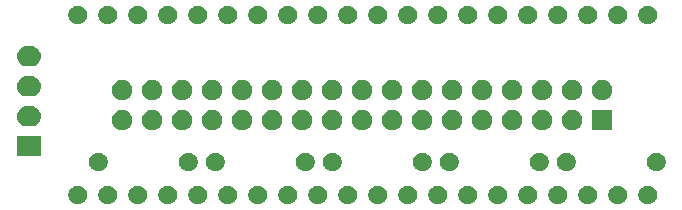
<source format=gbr>
G04 #@! TF.GenerationSoftware,KiCad,Pcbnew,(5.1.6-0-10_14)*
G04 #@! TF.CreationDate,2021-01-24T09:19:22+01:00*
G04 #@! TF.ProjectId,GW,47572e6b-6963-4616-945f-706362585858,rev?*
G04 #@! TF.SameCoordinates,Original*
G04 #@! TF.FileFunction,Soldermask,Bot*
G04 #@! TF.FilePolarity,Negative*
%FSLAX46Y46*%
G04 Gerber Fmt 4.6, Leading zero omitted, Abs format (unit mm)*
G04 Created by KiCad (PCBNEW (5.1.6-0-10_14)) date 2021-01-24 09:19:22*
%MOMM*%
%LPD*%
G01*
G04 APERTURE LIST*
%ADD10C,0.100000*%
G04 APERTURE END LIST*
D10*
G36*
X173588351Y-112260743D02*
G01*
X173733941Y-112321048D01*
X173864970Y-112408599D01*
X173976401Y-112520030D01*
X174063952Y-112651059D01*
X174124257Y-112796649D01*
X174155000Y-112951206D01*
X174155000Y-113108794D01*
X174124257Y-113263351D01*
X174063952Y-113408941D01*
X173976401Y-113539970D01*
X173864970Y-113651401D01*
X173733941Y-113738952D01*
X173588351Y-113799257D01*
X173433794Y-113830000D01*
X173276206Y-113830000D01*
X173121649Y-113799257D01*
X172976059Y-113738952D01*
X172845030Y-113651401D01*
X172733599Y-113539970D01*
X172646048Y-113408941D01*
X172585743Y-113263351D01*
X172555000Y-113108794D01*
X172555000Y-112951206D01*
X172585743Y-112796649D01*
X172646048Y-112651059D01*
X172733599Y-112520030D01*
X172845030Y-112408599D01*
X172976059Y-112321048D01*
X173121649Y-112260743D01*
X173276206Y-112230000D01*
X173433794Y-112230000D01*
X173588351Y-112260743D01*
G37*
G36*
X171048351Y-112260743D02*
G01*
X171193941Y-112321048D01*
X171324970Y-112408599D01*
X171436401Y-112520030D01*
X171523952Y-112651059D01*
X171584257Y-112796649D01*
X171615000Y-112951206D01*
X171615000Y-113108794D01*
X171584257Y-113263351D01*
X171523952Y-113408941D01*
X171436401Y-113539970D01*
X171324970Y-113651401D01*
X171193941Y-113738952D01*
X171048351Y-113799257D01*
X170893794Y-113830000D01*
X170736206Y-113830000D01*
X170581649Y-113799257D01*
X170436059Y-113738952D01*
X170305030Y-113651401D01*
X170193599Y-113539970D01*
X170106048Y-113408941D01*
X170045743Y-113263351D01*
X170015000Y-113108794D01*
X170015000Y-112951206D01*
X170045743Y-112796649D01*
X170106048Y-112651059D01*
X170193599Y-112520030D01*
X170305030Y-112408599D01*
X170436059Y-112321048D01*
X170581649Y-112260743D01*
X170736206Y-112230000D01*
X170893794Y-112230000D01*
X171048351Y-112260743D01*
G37*
G36*
X168508351Y-112260743D02*
G01*
X168653941Y-112321048D01*
X168784970Y-112408599D01*
X168896401Y-112520030D01*
X168983952Y-112651059D01*
X169044257Y-112796649D01*
X169075000Y-112951206D01*
X169075000Y-113108794D01*
X169044257Y-113263351D01*
X168983952Y-113408941D01*
X168896401Y-113539970D01*
X168784970Y-113651401D01*
X168653941Y-113738952D01*
X168508351Y-113799257D01*
X168353794Y-113830000D01*
X168196206Y-113830000D01*
X168041649Y-113799257D01*
X167896059Y-113738952D01*
X167765030Y-113651401D01*
X167653599Y-113539970D01*
X167566048Y-113408941D01*
X167505743Y-113263351D01*
X167475000Y-113108794D01*
X167475000Y-112951206D01*
X167505743Y-112796649D01*
X167566048Y-112651059D01*
X167653599Y-112520030D01*
X167765030Y-112408599D01*
X167896059Y-112321048D01*
X168041649Y-112260743D01*
X168196206Y-112230000D01*
X168353794Y-112230000D01*
X168508351Y-112260743D01*
G37*
G36*
X165968351Y-112260743D02*
G01*
X166113941Y-112321048D01*
X166244970Y-112408599D01*
X166356401Y-112520030D01*
X166443952Y-112651059D01*
X166504257Y-112796649D01*
X166535000Y-112951206D01*
X166535000Y-113108794D01*
X166504257Y-113263351D01*
X166443952Y-113408941D01*
X166356401Y-113539970D01*
X166244970Y-113651401D01*
X166113941Y-113738952D01*
X165968351Y-113799257D01*
X165813794Y-113830000D01*
X165656206Y-113830000D01*
X165501649Y-113799257D01*
X165356059Y-113738952D01*
X165225030Y-113651401D01*
X165113599Y-113539970D01*
X165026048Y-113408941D01*
X164965743Y-113263351D01*
X164935000Y-113108794D01*
X164935000Y-112951206D01*
X164965743Y-112796649D01*
X165026048Y-112651059D01*
X165113599Y-112520030D01*
X165225030Y-112408599D01*
X165356059Y-112321048D01*
X165501649Y-112260743D01*
X165656206Y-112230000D01*
X165813794Y-112230000D01*
X165968351Y-112260743D01*
G37*
G36*
X163428351Y-112260743D02*
G01*
X163573941Y-112321048D01*
X163704970Y-112408599D01*
X163816401Y-112520030D01*
X163903952Y-112651059D01*
X163964257Y-112796649D01*
X163995000Y-112951206D01*
X163995000Y-113108794D01*
X163964257Y-113263351D01*
X163903952Y-113408941D01*
X163816401Y-113539970D01*
X163704970Y-113651401D01*
X163573941Y-113738952D01*
X163428351Y-113799257D01*
X163273794Y-113830000D01*
X163116206Y-113830000D01*
X162961649Y-113799257D01*
X162816059Y-113738952D01*
X162685030Y-113651401D01*
X162573599Y-113539970D01*
X162486048Y-113408941D01*
X162425743Y-113263351D01*
X162395000Y-113108794D01*
X162395000Y-112951206D01*
X162425743Y-112796649D01*
X162486048Y-112651059D01*
X162573599Y-112520030D01*
X162685030Y-112408599D01*
X162816059Y-112321048D01*
X162961649Y-112260743D01*
X163116206Y-112230000D01*
X163273794Y-112230000D01*
X163428351Y-112260743D01*
G37*
G36*
X160888351Y-112260743D02*
G01*
X161033941Y-112321048D01*
X161164970Y-112408599D01*
X161276401Y-112520030D01*
X161363952Y-112651059D01*
X161424257Y-112796649D01*
X161455000Y-112951206D01*
X161455000Y-113108794D01*
X161424257Y-113263351D01*
X161363952Y-113408941D01*
X161276401Y-113539970D01*
X161164970Y-113651401D01*
X161033941Y-113738952D01*
X160888351Y-113799257D01*
X160733794Y-113830000D01*
X160576206Y-113830000D01*
X160421649Y-113799257D01*
X160276059Y-113738952D01*
X160145030Y-113651401D01*
X160033599Y-113539970D01*
X159946048Y-113408941D01*
X159885743Y-113263351D01*
X159855000Y-113108794D01*
X159855000Y-112951206D01*
X159885743Y-112796649D01*
X159946048Y-112651059D01*
X160033599Y-112520030D01*
X160145030Y-112408599D01*
X160276059Y-112321048D01*
X160421649Y-112260743D01*
X160576206Y-112230000D01*
X160733794Y-112230000D01*
X160888351Y-112260743D01*
G37*
G36*
X158348351Y-112260743D02*
G01*
X158493941Y-112321048D01*
X158624970Y-112408599D01*
X158736401Y-112520030D01*
X158823952Y-112651059D01*
X158884257Y-112796649D01*
X158915000Y-112951206D01*
X158915000Y-113108794D01*
X158884257Y-113263351D01*
X158823952Y-113408941D01*
X158736401Y-113539970D01*
X158624970Y-113651401D01*
X158493941Y-113738952D01*
X158348351Y-113799257D01*
X158193794Y-113830000D01*
X158036206Y-113830000D01*
X157881649Y-113799257D01*
X157736059Y-113738952D01*
X157605030Y-113651401D01*
X157493599Y-113539970D01*
X157406048Y-113408941D01*
X157345743Y-113263351D01*
X157315000Y-113108794D01*
X157315000Y-112951206D01*
X157345743Y-112796649D01*
X157406048Y-112651059D01*
X157493599Y-112520030D01*
X157605030Y-112408599D01*
X157736059Y-112321048D01*
X157881649Y-112260743D01*
X158036206Y-112230000D01*
X158193794Y-112230000D01*
X158348351Y-112260743D01*
G37*
G36*
X155808351Y-112260743D02*
G01*
X155953941Y-112321048D01*
X156084970Y-112408599D01*
X156196401Y-112520030D01*
X156283952Y-112651059D01*
X156344257Y-112796649D01*
X156375000Y-112951206D01*
X156375000Y-113108794D01*
X156344257Y-113263351D01*
X156283952Y-113408941D01*
X156196401Y-113539970D01*
X156084970Y-113651401D01*
X155953941Y-113738952D01*
X155808351Y-113799257D01*
X155653794Y-113830000D01*
X155496206Y-113830000D01*
X155341649Y-113799257D01*
X155196059Y-113738952D01*
X155065030Y-113651401D01*
X154953599Y-113539970D01*
X154866048Y-113408941D01*
X154805743Y-113263351D01*
X154775000Y-113108794D01*
X154775000Y-112951206D01*
X154805743Y-112796649D01*
X154866048Y-112651059D01*
X154953599Y-112520030D01*
X155065030Y-112408599D01*
X155196059Y-112321048D01*
X155341649Y-112260743D01*
X155496206Y-112230000D01*
X155653794Y-112230000D01*
X155808351Y-112260743D01*
G37*
G36*
X153268351Y-112260743D02*
G01*
X153413941Y-112321048D01*
X153544970Y-112408599D01*
X153656401Y-112520030D01*
X153743952Y-112651059D01*
X153804257Y-112796649D01*
X153835000Y-112951206D01*
X153835000Y-113108794D01*
X153804257Y-113263351D01*
X153743952Y-113408941D01*
X153656401Y-113539970D01*
X153544970Y-113651401D01*
X153413941Y-113738952D01*
X153268351Y-113799257D01*
X153113794Y-113830000D01*
X152956206Y-113830000D01*
X152801649Y-113799257D01*
X152656059Y-113738952D01*
X152525030Y-113651401D01*
X152413599Y-113539970D01*
X152326048Y-113408941D01*
X152265743Y-113263351D01*
X152235000Y-113108794D01*
X152235000Y-112951206D01*
X152265743Y-112796649D01*
X152326048Y-112651059D01*
X152413599Y-112520030D01*
X152525030Y-112408599D01*
X152656059Y-112321048D01*
X152801649Y-112260743D01*
X152956206Y-112230000D01*
X153113794Y-112230000D01*
X153268351Y-112260743D01*
G37*
G36*
X150728351Y-112260743D02*
G01*
X150873941Y-112321048D01*
X151004970Y-112408599D01*
X151116401Y-112520030D01*
X151203952Y-112651059D01*
X151264257Y-112796649D01*
X151295000Y-112951206D01*
X151295000Y-113108794D01*
X151264257Y-113263351D01*
X151203952Y-113408941D01*
X151116401Y-113539970D01*
X151004970Y-113651401D01*
X150873941Y-113738952D01*
X150728351Y-113799257D01*
X150573794Y-113830000D01*
X150416206Y-113830000D01*
X150261649Y-113799257D01*
X150116059Y-113738952D01*
X149985030Y-113651401D01*
X149873599Y-113539970D01*
X149786048Y-113408941D01*
X149725743Y-113263351D01*
X149695000Y-113108794D01*
X149695000Y-112951206D01*
X149725743Y-112796649D01*
X149786048Y-112651059D01*
X149873599Y-112520030D01*
X149985030Y-112408599D01*
X150116059Y-112321048D01*
X150261649Y-112260743D01*
X150416206Y-112230000D01*
X150573794Y-112230000D01*
X150728351Y-112260743D01*
G37*
G36*
X148188351Y-112260743D02*
G01*
X148333941Y-112321048D01*
X148464970Y-112408599D01*
X148576401Y-112520030D01*
X148663952Y-112651059D01*
X148724257Y-112796649D01*
X148755000Y-112951206D01*
X148755000Y-113108794D01*
X148724257Y-113263351D01*
X148663952Y-113408941D01*
X148576401Y-113539970D01*
X148464970Y-113651401D01*
X148333941Y-113738952D01*
X148188351Y-113799257D01*
X148033794Y-113830000D01*
X147876206Y-113830000D01*
X147721649Y-113799257D01*
X147576059Y-113738952D01*
X147445030Y-113651401D01*
X147333599Y-113539970D01*
X147246048Y-113408941D01*
X147185743Y-113263351D01*
X147155000Y-113108794D01*
X147155000Y-112951206D01*
X147185743Y-112796649D01*
X147246048Y-112651059D01*
X147333599Y-112520030D01*
X147445030Y-112408599D01*
X147576059Y-112321048D01*
X147721649Y-112260743D01*
X147876206Y-112230000D01*
X148033794Y-112230000D01*
X148188351Y-112260743D01*
G37*
G36*
X145648351Y-112260743D02*
G01*
X145793941Y-112321048D01*
X145924970Y-112408599D01*
X146036401Y-112520030D01*
X146123952Y-112651059D01*
X146184257Y-112796649D01*
X146215000Y-112951206D01*
X146215000Y-113108794D01*
X146184257Y-113263351D01*
X146123952Y-113408941D01*
X146036401Y-113539970D01*
X145924970Y-113651401D01*
X145793941Y-113738952D01*
X145648351Y-113799257D01*
X145493794Y-113830000D01*
X145336206Y-113830000D01*
X145181649Y-113799257D01*
X145036059Y-113738952D01*
X144905030Y-113651401D01*
X144793599Y-113539970D01*
X144706048Y-113408941D01*
X144645743Y-113263351D01*
X144615000Y-113108794D01*
X144615000Y-112951206D01*
X144645743Y-112796649D01*
X144706048Y-112651059D01*
X144793599Y-112520030D01*
X144905030Y-112408599D01*
X145036059Y-112321048D01*
X145181649Y-112260743D01*
X145336206Y-112230000D01*
X145493794Y-112230000D01*
X145648351Y-112260743D01*
G37*
G36*
X143108351Y-112260743D02*
G01*
X143253941Y-112321048D01*
X143384970Y-112408599D01*
X143496401Y-112520030D01*
X143583952Y-112651059D01*
X143644257Y-112796649D01*
X143675000Y-112951206D01*
X143675000Y-113108794D01*
X143644257Y-113263351D01*
X143583952Y-113408941D01*
X143496401Y-113539970D01*
X143384970Y-113651401D01*
X143253941Y-113738952D01*
X143108351Y-113799257D01*
X142953794Y-113830000D01*
X142796206Y-113830000D01*
X142641649Y-113799257D01*
X142496059Y-113738952D01*
X142365030Y-113651401D01*
X142253599Y-113539970D01*
X142166048Y-113408941D01*
X142105743Y-113263351D01*
X142075000Y-113108794D01*
X142075000Y-112951206D01*
X142105743Y-112796649D01*
X142166048Y-112651059D01*
X142253599Y-112520030D01*
X142365030Y-112408599D01*
X142496059Y-112321048D01*
X142641649Y-112260743D01*
X142796206Y-112230000D01*
X142953794Y-112230000D01*
X143108351Y-112260743D01*
G37*
G36*
X140568351Y-112260743D02*
G01*
X140713941Y-112321048D01*
X140844970Y-112408599D01*
X140956401Y-112520030D01*
X141043952Y-112651059D01*
X141104257Y-112796649D01*
X141135000Y-112951206D01*
X141135000Y-113108794D01*
X141104257Y-113263351D01*
X141043952Y-113408941D01*
X140956401Y-113539970D01*
X140844970Y-113651401D01*
X140713941Y-113738952D01*
X140568351Y-113799257D01*
X140413794Y-113830000D01*
X140256206Y-113830000D01*
X140101649Y-113799257D01*
X139956059Y-113738952D01*
X139825030Y-113651401D01*
X139713599Y-113539970D01*
X139626048Y-113408941D01*
X139565743Y-113263351D01*
X139535000Y-113108794D01*
X139535000Y-112951206D01*
X139565743Y-112796649D01*
X139626048Y-112651059D01*
X139713599Y-112520030D01*
X139825030Y-112408599D01*
X139956059Y-112321048D01*
X140101649Y-112260743D01*
X140256206Y-112230000D01*
X140413794Y-112230000D01*
X140568351Y-112260743D01*
G37*
G36*
X138028351Y-112260743D02*
G01*
X138173941Y-112321048D01*
X138304970Y-112408599D01*
X138416401Y-112520030D01*
X138503952Y-112651059D01*
X138564257Y-112796649D01*
X138595000Y-112951206D01*
X138595000Y-113108794D01*
X138564257Y-113263351D01*
X138503952Y-113408941D01*
X138416401Y-113539970D01*
X138304970Y-113651401D01*
X138173941Y-113738952D01*
X138028351Y-113799257D01*
X137873794Y-113830000D01*
X137716206Y-113830000D01*
X137561649Y-113799257D01*
X137416059Y-113738952D01*
X137285030Y-113651401D01*
X137173599Y-113539970D01*
X137086048Y-113408941D01*
X137025743Y-113263351D01*
X136995000Y-113108794D01*
X136995000Y-112951206D01*
X137025743Y-112796649D01*
X137086048Y-112651059D01*
X137173599Y-112520030D01*
X137285030Y-112408599D01*
X137416059Y-112321048D01*
X137561649Y-112260743D01*
X137716206Y-112230000D01*
X137873794Y-112230000D01*
X138028351Y-112260743D01*
G37*
G36*
X135488351Y-112260743D02*
G01*
X135633941Y-112321048D01*
X135764970Y-112408599D01*
X135876401Y-112520030D01*
X135963952Y-112651059D01*
X136024257Y-112796649D01*
X136055000Y-112951206D01*
X136055000Y-113108794D01*
X136024257Y-113263351D01*
X135963952Y-113408941D01*
X135876401Y-113539970D01*
X135764970Y-113651401D01*
X135633941Y-113738952D01*
X135488351Y-113799257D01*
X135333794Y-113830000D01*
X135176206Y-113830000D01*
X135021649Y-113799257D01*
X134876059Y-113738952D01*
X134745030Y-113651401D01*
X134633599Y-113539970D01*
X134546048Y-113408941D01*
X134485743Y-113263351D01*
X134455000Y-113108794D01*
X134455000Y-112951206D01*
X134485743Y-112796649D01*
X134546048Y-112651059D01*
X134633599Y-112520030D01*
X134745030Y-112408599D01*
X134876059Y-112321048D01*
X135021649Y-112260743D01*
X135176206Y-112230000D01*
X135333794Y-112230000D01*
X135488351Y-112260743D01*
G37*
G36*
X132948351Y-112260743D02*
G01*
X133093941Y-112321048D01*
X133224970Y-112408599D01*
X133336401Y-112520030D01*
X133423952Y-112651059D01*
X133484257Y-112796649D01*
X133515000Y-112951206D01*
X133515000Y-113108794D01*
X133484257Y-113263351D01*
X133423952Y-113408941D01*
X133336401Y-113539970D01*
X133224970Y-113651401D01*
X133093941Y-113738952D01*
X132948351Y-113799257D01*
X132793794Y-113830000D01*
X132636206Y-113830000D01*
X132481649Y-113799257D01*
X132336059Y-113738952D01*
X132205030Y-113651401D01*
X132093599Y-113539970D01*
X132006048Y-113408941D01*
X131945743Y-113263351D01*
X131915000Y-113108794D01*
X131915000Y-112951206D01*
X131945743Y-112796649D01*
X132006048Y-112651059D01*
X132093599Y-112520030D01*
X132205030Y-112408599D01*
X132336059Y-112321048D01*
X132481649Y-112260743D01*
X132636206Y-112230000D01*
X132793794Y-112230000D01*
X132948351Y-112260743D01*
G37*
G36*
X130408351Y-112260743D02*
G01*
X130553941Y-112321048D01*
X130684970Y-112408599D01*
X130796401Y-112520030D01*
X130883952Y-112651059D01*
X130944257Y-112796649D01*
X130975000Y-112951206D01*
X130975000Y-113108794D01*
X130944257Y-113263351D01*
X130883952Y-113408941D01*
X130796401Y-113539970D01*
X130684970Y-113651401D01*
X130553941Y-113738952D01*
X130408351Y-113799257D01*
X130253794Y-113830000D01*
X130096206Y-113830000D01*
X129941649Y-113799257D01*
X129796059Y-113738952D01*
X129665030Y-113651401D01*
X129553599Y-113539970D01*
X129466048Y-113408941D01*
X129405743Y-113263351D01*
X129375000Y-113108794D01*
X129375000Y-112951206D01*
X129405743Y-112796649D01*
X129466048Y-112651059D01*
X129553599Y-112520030D01*
X129665030Y-112408599D01*
X129796059Y-112321048D01*
X129941649Y-112260743D01*
X130096206Y-112230000D01*
X130253794Y-112230000D01*
X130408351Y-112260743D01*
G37*
G36*
X127868351Y-112260743D02*
G01*
X128013941Y-112321048D01*
X128144970Y-112408599D01*
X128256401Y-112520030D01*
X128343952Y-112651059D01*
X128404257Y-112796649D01*
X128435000Y-112951206D01*
X128435000Y-113108794D01*
X128404257Y-113263351D01*
X128343952Y-113408941D01*
X128256401Y-113539970D01*
X128144970Y-113651401D01*
X128013941Y-113738952D01*
X127868351Y-113799257D01*
X127713794Y-113830000D01*
X127556206Y-113830000D01*
X127401649Y-113799257D01*
X127256059Y-113738952D01*
X127125030Y-113651401D01*
X127013599Y-113539970D01*
X126926048Y-113408941D01*
X126865743Y-113263351D01*
X126835000Y-113108794D01*
X126835000Y-112951206D01*
X126865743Y-112796649D01*
X126926048Y-112651059D01*
X127013599Y-112520030D01*
X127125030Y-112408599D01*
X127256059Y-112321048D01*
X127401649Y-112260743D01*
X127556206Y-112230000D01*
X127713794Y-112230000D01*
X127868351Y-112260743D01*
G37*
G36*
X125328351Y-112260743D02*
G01*
X125473941Y-112321048D01*
X125604970Y-112408599D01*
X125716401Y-112520030D01*
X125803952Y-112651059D01*
X125864257Y-112796649D01*
X125895000Y-112951206D01*
X125895000Y-113108794D01*
X125864257Y-113263351D01*
X125803952Y-113408941D01*
X125716401Y-113539970D01*
X125604970Y-113651401D01*
X125473941Y-113738952D01*
X125328351Y-113799257D01*
X125173794Y-113830000D01*
X125016206Y-113830000D01*
X124861649Y-113799257D01*
X124716059Y-113738952D01*
X124585030Y-113651401D01*
X124473599Y-113539970D01*
X124386048Y-113408941D01*
X124325743Y-113263351D01*
X124295000Y-113108794D01*
X124295000Y-112951206D01*
X124325743Y-112796649D01*
X124386048Y-112651059D01*
X124473599Y-112520030D01*
X124585030Y-112408599D01*
X124716059Y-112321048D01*
X124861649Y-112260743D01*
X125016206Y-112230000D01*
X125173794Y-112230000D01*
X125328351Y-112260743D01*
G37*
G36*
X164418951Y-109466743D02*
G01*
X164564541Y-109527048D01*
X164695570Y-109614599D01*
X164807001Y-109726030D01*
X164894552Y-109857059D01*
X164954857Y-110002649D01*
X164985600Y-110157206D01*
X164985600Y-110314794D01*
X164954857Y-110469351D01*
X164894552Y-110614941D01*
X164807001Y-110745970D01*
X164695570Y-110857401D01*
X164564541Y-110944952D01*
X164418951Y-111005257D01*
X164264394Y-111036000D01*
X164106806Y-111036000D01*
X163952249Y-111005257D01*
X163806659Y-110944952D01*
X163675630Y-110857401D01*
X163564199Y-110745970D01*
X163476648Y-110614941D01*
X163416343Y-110469351D01*
X163385600Y-110314794D01*
X163385600Y-110157206D01*
X163416343Y-110002649D01*
X163476648Y-109857059D01*
X163564199Y-109726030D01*
X163675630Y-109614599D01*
X163806659Y-109527048D01*
X163952249Y-109466743D01*
X164106806Y-109436000D01*
X164264394Y-109436000D01*
X164418951Y-109466743D01*
G37*
G36*
X156798951Y-109466743D02*
G01*
X156944541Y-109527048D01*
X157075570Y-109614599D01*
X157187001Y-109726030D01*
X157274552Y-109857059D01*
X157334857Y-110002649D01*
X157365600Y-110157206D01*
X157365600Y-110314794D01*
X157334857Y-110469351D01*
X157274552Y-110614941D01*
X157187001Y-110745970D01*
X157075570Y-110857401D01*
X156944541Y-110944952D01*
X156798951Y-111005257D01*
X156644394Y-111036000D01*
X156486806Y-111036000D01*
X156332249Y-111005257D01*
X156186659Y-110944952D01*
X156055630Y-110857401D01*
X155944199Y-110745970D01*
X155856648Y-110614941D01*
X155796343Y-110469351D01*
X155765600Y-110314794D01*
X155765600Y-110157206D01*
X155796343Y-110002649D01*
X155856648Y-109857059D01*
X155944199Y-109726030D01*
X156055630Y-109614599D01*
X156186659Y-109527048D01*
X156332249Y-109466743D01*
X156486806Y-109436000D01*
X156644394Y-109436000D01*
X156798951Y-109466743D01*
G37*
G36*
X134700951Y-109466743D02*
G01*
X134846541Y-109527048D01*
X134977570Y-109614599D01*
X135089001Y-109726030D01*
X135176552Y-109857059D01*
X135236857Y-110002649D01*
X135267600Y-110157206D01*
X135267600Y-110314794D01*
X135236857Y-110469351D01*
X135176552Y-110614941D01*
X135089001Y-110745970D01*
X134977570Y-110857401D01*
X134846541Y-110944952D01*
X134700951Y-111005257D01*
X134546394Y-111036000D01*
X134388806Y-111036000D01*
X134234249Y-111005257D01*
X134088659Y-110944952D01*
X133957630Y-110857401D01*
X133846199Y-110745970D01*
X133758648Y-110614941D01*
X133698343Y-110469351D01*
X133667600Y-110314794D01*
X133667600Y-110157206D01*
X133698343Y-110002649D01*
X133758648Y-109857059D01*
X133846199Y-109726030D01*
X133957630Y-109614599D01*
X134088659Y-109527048D01*
X134234249Y-109466743D01*
X134388806Y-109436000D01*
X134546394Y-109436000D01*
X134700951Y-109466743D01*
G37*
G36*
X127080951Y-109466743D02*
G01*
X127226541Y-109527048D01*
X127357570Y-109614599D01*
X127469001Y-109726030D01*
X127556552Y-109857059D01*
X127616857Y-110002649D01*
X127647600Y-110157206D01*
X127647600Y-110314794D01*
X127616857Y-110469351D01*
X127556552Y-110614941D01*
X127469001Y-110745970D01*
X127357570Y-110857401D01*
X127226541Y-110944952D01*
X127080951Y-111005257D01*
X126926394Y-111036000D01*
X126768806Y-111036000D01*
X126614249Y-111005257D01*
X126468659Y-110944952D01*
X126337630Y-110857401D01*
X126226199Y-110745970D01*
X126138648Y-110614941D01*
X126078343Y-110469351D01*
X126047600Y-110314794D01*
X126047600Y-110157206D01*
X126078343Y-110002649D01*
X126138648Y-109857059D01*
X126226199Y-109726030D01*
X126337630Y-109614599D01*
X126468659Y-109527048D01*
X126614249Y-109466743D01*
X126768806Y-109436000D01*
X126926394Y-109436000D01*
X127080951Y-109466743D01*
G37*
G36*
X144606951Y-109466743D02*
G01*
X144752541Y-109527048D01*
X144883570Y-109614599D01*
X144995001Y-109726030D01*
X145082552Y-109857059D01*
X145142857Y-110002649D01*
X145173600Y-110157206D01*
X145173600Y-110314794D01*
X145142857Y-110469351D01*
X145082552Y-110614941D01*
X144995001Y-110745970D01*
X144883570Y-110857401D01*
X144752541Y-110944952D01*
X144606951Y-111005257D01*
X144452394Y-111036000D01*
X144294806Y-111036000D01*
X144140249Y-111005257D01*
X143994659Y-110944952D01*
X143863630Y-110857401D01*
X143752199Y-110745970D01*
X143664648Y-110614941D01*
X143604343Y-110469351D01*
X143573600Y-110314794D01*
X143573600Y-110157206D01*
X143604343Y-110002649D01*
X143664648Y-109857059D01*
X143752199Y-109726030D01*
X143863630Y-109614599D01*
X143994659Y-109527048D01*
X144140249Y-109466743D01*
X144294806Y-109436000D01*
X144452394Y-109436000D01*
X144606951Y-109466743D01*
G37*
G36*
X136986951Y-109466743D02*
G01*
X137132541Y-109527048D01*
X137263570Y-109614599D01*
X137375001Y-109726030D01*
X137462552Y-109857059D01*
X137522857Y-110002649D01*
X137553600Y-110157206D01*
X137553600Y-110314794D01*
X137522857Y-110469351D01*
X137462552Y-110614941D01*
X137375001Y-110745970D01*
X137263570Y-110857401D01*
X137132541Y-110944952D01*
X136986951Y-111005257D01*
X136832394Y-111036000D01*
X136674806Y-111036000D01*
X136520249Y-111005257D01*
X136374659Y-110944952D01*
X136243630Y-110857401D01*
X136132199Y-110745970D01*
X136044648Y-110614941D01*
X135984343Y-110469351D01*
X135953600Y-110314794D01*
X135953600Y-110157206D01*
X135984343Y-110002649D01*
X136044648Y-109857059D01*
X136132199Y-109726030D01*
X136243630Y-109614599D01*
X136374659Y-109527048D01*
X136520249Y-109466743D01*
X136674806Y-109436000D01*
X136832394Y-109436000D01*
X136986951Y-109466743D01*
G37*
G36*
X174324951Y-109466743D02*
G01*
X174470541Y-109527048D01*
X174601570Y-109614599D01*
X174713001Y-109726030D01*
X174800552Y-109857059D01*
X174860857Y-110002649D01*
X174891600Y-110157206D01*
X174891600Y-110314794D01*
X174860857Y-110469351D01*
X174800552Y-110614941D01*
X174713001Y-110745970D01*
X174601570Y-110857401D01*
X174470541Y-110944952D01*
X174324951Y-111005257D01*
X174170394Y-111036000D01*
X174012806Y-111036000D01*
X173858249Y-111005257D01*
X173712659Y-110944952D01*
X173581630Y-110857401D01*
X173470199Y-110745970D01*
X173382648Y-110614941D01*
X173322343Y-110469351D01*
X173291600Y-110314794D01*
X173291600Y-110157206D01*
X173322343Y-110002649D01*
X173382648Y-109857059D01*
X173470199Y-109726030D01*
X173581630Y-109614599D01*
X173712659Y-109527048D01*
X173858249Y-109466743D01*
X174012806Y-109436000D01*
X174170394Y-109436000D01*
X174324951Y-109466743D01*
G37*
G36*
X166704951Y-109466743D02*
G01*
X166850541Y-109527048D01*
X166981570Y-109614599D01*
X167093001Y-109726030D01*
X167180552Y-109857059D01*
X167240857Y-110002649D01*
X167271600Y-110157206D01*
X167271600Y-110314794D01*
X167240857Y-110469351D01*
X167180552Y-110614941D01*
X167093001Y-110745970D01*
X166981570Y-110857401D01*
X166850541Y-110944952D01*
X166704951Y-111005257D01*
X166550394Y-111036000D01*
X166392806Y-111036000D01*
X166238249Y-111005257D01*
X166092659Y-110944952D01*
X165961630Y-110857401D01*
X165850199Y-110745970D01*
X165762648Y-110614941D01*
X165702343Y-110469351D01*
X165671600Y-110314794D01*
X165671600Y-110157206D01*
X165702343Y-110002649D01*
X165762648Y-109857059D01*
X165850199Y-109726030D01*
X165961630Y-109614599D01*
X166092659Y-109527048D01*
X166238249Y-109466743D01*
X166392806Y-109436000D01*
X166550394Y-109436000D01*
X166704951Y-109466743D01*
G37*
G36*
X154512951Y-109466743D02*
G01*
X154658541Y-109527048D01*
X154789570Y-109614599D01*
X154901001Y-109726030D01*
X154988552Y-109857059D01*
X155048857Y-110002649D01*
X155079600Y-110157206D01*
X155079600Y-110314794D01*
X155048857Y-110469351D01*
X154988552Y-110614941D01*
X154901001Y-110745970D01*
X154789570Y-110857401D01*
X154658541Y-110944952D01*
X154512951Y-111005257D01*
X154358394Y-111036000D01*
X154200806Y-111036000D01*
X154046249Y-111005257D01*
X153900659Y-110944952D01*
X153769630Y-110857401D01*
X153658199Y-110745970D01*
X153570648Y-110614941D01*
X153510343Y-110469351D01*
X153479600Y-110314794D01*
X153479600Y-110157206D01*
X153510343Y-110002649D01*
X153570648Y-109857059D01*
X153658199Y-109726030D01*
X153769630Y-109614599D01*
X153900659Y-109527048D01*
X154046249Y-109466743D01*
X154200806Y-109436000D01*
X154358394Y-109436000D01*
X154512951Y-109466743D01*
G37*
G36*
X146892951Y-109466743D02*
G01*
X147038541Y-109527048D01*
X147169570Y-109614599D01*
X147281001Y-109726030D01*
X147368552Y-109857059D01*
X147428857Y-110002649D01*
X147459600Y-110157206D01*
X147459600Y-110314794D01*
X147428857Y-110469351D01*
X147368552Y-110614941D01*
X147281001Y-110745970D01*
X147169570Y-110857401D01*
X147038541Y-110944952D01*
X146892951Y-111005257D01*
X146738394Y-111036000D01*
X146580806Y-111036000D01*
X146426249Y-111005257D01*
X146280659Y-110944952D01*
X146149630Y-110857401D01*
X146038199Y-110745970D01*
X145950648Y-110614941D01*
X145890343Y-110469351D01*
X145859600Y-110314794D01*
X145859600Y-110157206D01*
X145890343Y-110002649D01*
X145950648Y-109857059D01*
X146038199Y-109726030D01*
X146149630Y-109614599D01*
X146280659Y-109527048D01*
X146426249Y-109466743D01*
X146580806Y-109436000D01*
X146738394Y-109436000D01*
X146892951Y-109466743D01*
G37*
G36*
X121983500Y-109766100D02*
G01*
X119951500Y-109766100D01*
X119951500Y-108038900D01*
X121983500Y-108038900D01*
X121983500Y-109766100D01*
G37*
G36*
X149445903Y-105862427D02*
G01*
X149603068Y-105927527D01*
X149744513Y-106022038D01*
X149864802Y-106142327D01*
X149959313Y-106283772D01*
X150024413Y-106440937D01*
X150057600Y-106607783D01*
X150057600Y-106777897D01*
X150024413Y-106944743D01*
X149959313Y-107101908D01*
X149864802Y-107243353D01*
X149744513Y-107363642D01*
X149603068Y-107458153D01*
X149445903Y-107523253D01*
X149279057Y-107556440D01*
X149108943Y-107556440D01*
X148942097Y-107523253D01*
X148784932Y-107458153D01*
X148643487Y-107363642D01*
X148523198Y-107243353D01*
X148428687Y-107101908D01*
X148363587Y-106944743D01*
X148330400Y-106777897D01*
X148330400Y-106607783D01*
X148363587Y-106440937D01*
X148428687Y-106283772D01*
X148523198Y-106142327D01*
X148643487Y-106022038D01*
X148784932Y-105927527D01*
X148942097Y-105862427D01*
X149108943Y-105829240D01*
X149279057Y-105829240D01*
X149445903Y-105862427D01*
G37*
G36*
X144365903Y-105862427D02*
G01*
X144523068Y-105927527D01*
X144664513Y-106022038D01*
X144784802Y-106142327D01*
X144879313Y-106283772D01*
X144944413Y-106440937D01*
X144977600Y-106607783D01*
X144977600Y-106777897D01*
X144944413Y-106944743D01*
X144879313Y-107101908D01*
X144784802Y-107243353D01*
X144664513Y-107363642D01*
X144523068Y-107458153D01*
X144365903Y-107523253D01*
X144199057Y-107556440D01*
X144028943Y-107556440D01*
X143862097Y-107523253D01*
X143704932Y-107458153D01*
X143563487Y-107363642D01*
X143443198Y-107243353D01*
X143348687Y-107101908D01*
X143283587Y-106944743D01*
X143250400Y-106777897D01*
X143250400Y-106607783D01*
X143283587Y-106440937D01*
X143348687Y-106283772D01*
X143443198Y-106142327D01*
X143563487Y-106022038D01*
X143704932Y-105927527D01*
X143862097Y-105862427D01*
X144028943Y-105829240D01*
X144199057Y-105829240D01*
X144365903Y-105862427D01*
G37*
G36*
X141825903Y-105862427D02*
G01*
X141983068Y-105927527D01*
X142124513Y-106022038D01*
X142244802Y-106142327D01*
X142339313Y-106283772D01*
X142404413Y-106440937D01*
X142437600Y-106607783D01*
X142437600Y-106777897D01*
X142404413Y-106944743D01*
X142339313Y-107101908D01*
X142244802Y-107243353D01*
X142124513Y-107363642D01*
X141983068Y-107458153D01*
X141825903Y-107523253D01*
X141659057Y-107556440D01*
X141488943Y-107556440D01*
X141322097Y-107523253D01*
X141164932Y-107458153D01*
X141023487Y-107363642D01*
X140903198Y-107243353D01*
X140808687Y-107101908D01*
X140743587Y-106944743D01*
X140710400Y-106777897D01*
X140710400Y-106607783D01*
X140743587Y-106440937D01*
X140808687Y-106283772D01*
X140903198Y-106142327D01*
X141023487Y-106022038D01*
X141164932Y-105927527D01*
X141322097Y-105862427D01*
X141488943Y-105829240D01*
X141659057Y-105829240D01*
X141825903Y-105862427D01*
G37*
G36*
X139285903Y-105862427D02*
G01*
X139443068Y-105927527D01*
X139584513Y-106022038D01*
X139704802Y-106142327D01*
X139799313Y-106283772D01*
X139864413Y-106440937D01*
X139897600Y-106607783D01*
X139897600Y-106777897D01*
X139864413Y-106944743D01*
X139799313Y-107101908D01*
X139704802Y-107243353D01*
X139584513Y-107363642D01*
X139443068Y-107458153D01*
X139285903Y-107523253D01*
X139119057Y-107556440D01*
X138948943Y-107556440D01*
X138782097Y-107523253D01*
X138624932Y-107458153D01*
X138483487Y-107363642D01*
X138363198Y-107243353D01*
X138268687Y-107101908D01*
X138203587Y-106944743D01*
X138170400Y-106777897D01*
X138170400Y-106607783D01*
X138203587Y-106440937D01*
X138268687Y-106283772D01*
X138363198Y-106142327D01*
X138483487Y-106022038D01*
X138624932Y-105927527D01*
X138782097Y-105862427D01*
X138948943Y-105829240D01*
X139119057Y-105829240D01*
X139285903Y-105862427D01*
G37*
G36*
X136745903Y-105862427D02*
G01*
X136903068Y-105927527D01*
X137044513Y-106022038D01*
X137164802Y-106142327D01*
X137259313Y-106283772D01*
X137324413Y-106440937D01*
X137357600Y-106607783D01*
X137357600Y-106777897D01*
X137324413Y-106944743D01*
X137259313Y-107101908D01*
X137164802Y-107243353D01*
X137044513Y-107363642D01*
X136903068Y-107458153D01*
X136745903Y-107523253D01*
X136579057Y-107556440D01*
X136408943Y-107556440D01*
X136242097Y-107523253D01*
X136084932Y-107458153D01*
X135943487Y-107363642D01*
X135823198Y-107243353D01*
X135728687Y-107101908D01*
X135663587Y-106944743D01*
X135630400Y-106777897D01*
X135630400Y-106607783D01*
X135663587Y-106440937D01*
X135728687Y-106283772D01*
X135823198Y-106142327D01*
X135943487Y-106022038D01*
X136084932Y-105927527D01*
X136242097Y-105862427D01*
X136408943Y-105829240D01*
X136579057Y-105829240D01*
X136745903Y-105862427D01*
G37*
G36*
X134205903Y-105862427D02*
G01*
X134363068Y-105927527D01*
X134504513Y-106022038D01*
X134624802Y-106142327D01*
X134719313Y-106283772D01*
X134784413Y-106440937D01*
X134817600Y-106607783D01*
X134817600Y-106777897D01*
X134784413Y-106944743D01*
X134719313Y-107101908D01*
X134624802Y-107243353D01*
X134504513Y-107363642D01*
X134363068Y-107458153D01*
X134205903Y-107523253D01*
X134039057Y-107556440D01*
X133868943Y-107556440D01*
X133702097Y-107523253D01*
X133544932Y-107458153D01*
X133403487Y-107363642D01*
X133283198Y-107243353D01*
X133188687Y-107101908D01*
X133123587Y-106944743D01*
X133090400Y-106777897D01*
X133090400Y-106607783D01*
X133123587Y-106440937D01*
X133188687Y-106283772D01*
X133283198Y-106142327D01*
X133403487Y-106022038D01*
X133544932Y-105927527D01*
X133702097Y-105862427D01*
X133868943Y-105829240D01*
X134039057Y-105829240D01*
X134205903Y-105862427D01*
G37*
G36*
X131665903Y-105862427D02*
G01*
X131823068Y-105927527D01*
X131964513Y-106022038D01*
X132084802Y-106142327D01*
X132179313Y-106283772D01*
X132244413Y-106440937D01*
X132277600Y-106607783D01*
X132277600Y-106777897D01*
X132244413Y-106944743D01*
X132179313Y-107101908D01*
X132084802Y-107243353D01*
X131964513Y-107363642D01*
X131823068Y-107458153D01*
X131665903Y-107523253D01*
X131499057Y-107556440D01*
X131328943Y-107556440D01*
X131162097Y-107523253D01*
X131004932Y-107458153D01*
X130863487Y-107363642D01*
X130743198Y-107243353D01*
X130648687Y-107101908D01*
X130583587Y-106944743D01*
X130550400Y-106777897D01*
X130550400Y-106607783D01*
X130583587Y-106440937D01*
X130648687Y-106283772D01*
X130743198Y-106142327D01*
X130863487Y-106022038D01*
X131004932Y-105927527D01*
X131162097Y-105862427D01*
X131328943Y-105829240D01*
X131499057Y-105829240D01*
X131665903Y-105862427D01*
G37*
G36*
X129125903Y-105862427D02*
G01*
X129283068Y-105927527D01*
X129424513Y-106022038D01*
X129544802Y-106142327D01*
X129639313Y-106283772D01*
X129704413Y-106440937D01*
X129737600Y-106607783D01*
X129737600Y-106777897D01*
X129704413Y-106944743D01*
X129639313Y-107101908D01*
X129544802Y-107243353D01*
X129424513Y-107363642D01*
X129283068Y-107458153D01*
X129125903Y-107523253D01*
X128959057Y-107556440D01*
X128788943Y-107556440D01*
X128622097Y-107523253D01*
X128464932Y-107458153D01*
X128323487Y-107363642D01*
X128203198Y-107243353D01*
X128108687Y-107101908D01*
X128043587Y-106944743D01*
X128010400Y-106777897D01*
X128010400Y-106607783D01*
X128043587Y-106440937D01*
X128108687Y-106283772D01*
X128203198Y-106142327D01*
X128323487Y-106022038D01*
X128464932Y-105927527D01*
X128622097Y-105862427D01*
X128788943Y-105829240D01*
X128959057Y-105829240D01*
X129125903Y-105862427D01*
G37*
G36*
X151985903Y-105862427D02*
G01*
X152143068Y-105927527D01*
X152284513Y-106022038D01*
X152404802Y-106142327D01*
X152499313Y-106283772D01*
X152564413Y-106440937D01*
X152597600Y-106607783D01*
X152597600Y-106777897D01*
X152564413Y-106944743D01*
X152499313Y-107101908D01*
X152404802Y-107243353D01*
X152284513Y-107363642D01*
X152143068Y-107458153D01*
X151985903Y-107523253D01*
X151819057Y-107556440D01*
X151648943Y-107556440D01*
X151482097Y-107523253D01*
X151324932Y-107458153D01*
X151183487Y-107363642D01*
X151063198Y-107243353D01*
X150968687Y-107101908D01*
X150903587Y-106944743D01*
X150870400Y-106777897D01*
X150870400Y-106607783D01*
X150903587Y-106440937D01*
X150968687Y-106283772D01*
X151063198Y-106142327D01*
X151183487Y-106022038D01*
X151324932Y-105927527D01*
X151482097Y-105862427D01*
X151648943Y-105829240D01*
X151819057Y-105829240D01*
X151985903Y-105862427D01*
G37*
G36*
X146905903Y-105862427D02*
G01*
X147063068Y-105927527D01*
X147204513Y-106022038D01*
X147324802Y-106142327D01*
X147419313Y-106283772D01*
X147484413Y-106440937D01*
X147517600Y-106607783D01*
X147517600Y-106777897D01*
X147484413Y-106944743D01*
X147419313Y-107101908D01*
X147324802Y-107243353D01*
X147204513Y-107363642D01*
X147063068Y-107458153D01*
X146905903Y-107523253D01*
X146739057Y-107556440D01*
X146568943Y-107556440D01*
X146402097Y-107523253D01*
X146244932Y-107458153D01*
X146103487Y-107363642D01*
X145983198Y-107243353D01*
X145888687Y-107101908D01*
X145823587Y-106944743D01*
X145790400Y-106777897D01*
X145790400Y-106607783D01*
X145823587Y-106440937D01*
X145888687Y-106283772D01*
X145983198Y-106142327D01*
X146103487Y-106022038D01*
X146244932Y-105927527D01*
X146402097Y-105862427D01*
X146568943Y-105829240D01*
X146739057Y-105829240D01*
X146905903Y-105862427D01*
G37*
G36*
X154525903Y-105862427D02*
G01*
X154683068Y-105927527D01*
X154824513Y-106022038D01*
X154944802Y-106142327D01*
X155039313Y-106283772D01*
X155104413Y-106440937D01*
X155137600Y-106607783D01*
X155137600Y-106777897D01*
X155104413Y-106944743D01*
X155039313Y-107101908D01*
X154944802Y-107243353D01*
X154824513Y-107363642D01*
X154683068Y-107458153D01*
X154525903Y-107523253D01*
X154359057Y-107556440D01*
X154188943Y-107556440D01*
X154022097Y-107523253D01*
X153864932Y-107458153D01*
X153723487Y-107363642D01*
X153603198Y-107243353D01*
X153508687Y-107101908D01*
X153443587Y-106944743D01*
X153410400Y-106777897D01*
X153410400Y-106607783D01*
X153443587Y-106440937D01*
X153508687Y-106283772D01*
X153603198Y-106142327D01*
X153723487Y-106022038D01*
X153864932Y-105927527D01*
X154022097Y-105862427D01*
X154188943Y-105829240D01*
X154359057Y-105829240D01*
X154525903Y-105862427D01*
G37*
G36*
X157065903Y-105862427D02*
G01*
X157223068Y-105927527D01*
X157364513Y-106022038D01*
X157484802Y-106142327D01*
X157579313Y-106283772D01*
X157644413Y-106440937D01*
X157677600Y-106607783D01*
X157677600Y-106777897D01*
X157644413Y-106944743D01*
X157579313Y-107101908D01*
X157484802Y-107243353D01*
X157364513Y-107363642D01*
X157223068Y-107458153D01*
X157065903Y-107523253D01*
X156899057Y-107556440D01*
X156728943Y-107556440D01*
X156562097Y-107523253D01*
X156404932Y-107458153D01*
X156263487Y-107363642D01*
X156143198Y-107243353D01*
X156048687Y-107101908D01*
X155983587Y-106944743D01*
X155950400Y-106777897D01*
X155950400Y-106607783D01*
X155983587Y-106440937D01*
X156048687Y-106283772D01*
X156143198Y-106142327D01*
X156263487Y-106022038D01*
X156404932Y-105927527D01*
X156562097Y-105862427D01*
X156728943Y-105829240D01*
X156899057Y-105829240D01*
X157065903Y-105862427D01*
G37*
G36*
X159605903Y-105862427D02*
G01*
X159763068Y-105927527D01*
X159904513Y-106022038D01*
X160024802Y-106142327D01*
X160119313Y-106283772D01*
X160184413Y-106440937D01*
X160217600Y-106607783D01*
X160217600Y-106777897D01*
X160184413Y-106944743D01*
X160119313Y-107101908D01*
X160024802Y-107243353D01*
X159904513Y-107363642D01*
X159763068Y-107458153D01*
X159605903Y-107523253D01*
X159439057Y-107556440D01*
X159268943Y-107556440D01*
X159102097Y-107523253D01*
X158944932Y-107458153D01*
X158803487Y-107363642D01*
X158683198Y-107243353D01*
X158588687Y-107101908D01*
X158523587Y-106944743D01*
X158490400Y-106777897D01*
X158490400Y-106607783D01*
X158523587Y-106440937D01*
X158588687Y-106283772D01*
X158683198Y-106142327D01*
X158803487Y-106022038D01*
X158944932Y-105927527D01*
X159102097Y-105862427D01*
X159268943Y-105829240D01*
X159439057Y-105829240D01*
X159605903Y-105862427D01*
G37*
G36*
X162145903Y-105862427D02*
G01*
X162303068Y-105927527D01*
X162444513Y-106022038D01*
X162564802Y-106142327D01*
X162659313Y-106283772D01*
X162724413Y-106440937D01*
X162757600Y-106607783D01*
X162757600Y-106777897D01*
X162724413Y-106944743D01*
X162659313Y-107101908D01*
X162564802Y-107243353D01*
X162444513Y-107363642D01*
X162303068Y-107458153D01*
X162145903Y-107523253D01*
X161979057Y-107556440D01*
X161808943Y-107556440D01*
X161642097Y-107523253D01*
X161484932Y-107458153D01*
X161343487Y-107363642D01*
X161223198Y-107243353D01*
X161128687Y-107101908D01*
X161063587Y-106944743D01*
X161030400Y-106777897D01*
X161030400Y-106607783D01*
X161063587Y-106440937D01*
X161128687Y-106283772D01*
X161223198Y-106142327D01*
X161343487Y-106022038D01*
X161484932Y-105927527D01*
X161642097Y-105862427D01*
X161808943Y-105829240D01*
X161979057Y-105829240D01*
X162145903Y-105862427D01*
G37*
G36*
X164685903Y-105862427D02*
G01*
X164843068Y-105927527D01*
X164984513Y-106022038D01*
X165104802Y-106142327D01*
X165199313Y-106283772D01*
X165264413Y-106440937D01*
X165297600Y-106607783D01*
X165297600Y-106777897D01*
X165264413Y-106944743D01*
X165199313Y-107101908D01*
X165104802Y-107243353D01*
X164984513Y-107363642D01*
X164843068Y-107458153D01*
X164685903Y-107523253D01*
X164519057Y-107556440D01*
X164348943Y-107556440D01*
X164182097Y-107523253D01*
X164024932Y-107458153D01*
X163883487Y-107363642D01*
X163763198Y-107243353D01*
X163668687Y-107101908D01*
X163603587Y-106944743D01*
X163570400Y-106777897D01*
X163570400Y-106607783D01*
X163603587Y-106440937D01*
X163668687Y-106283772D01*
X163763198Y-106142327D01*
X163883487Y-106022038D01*
X164024932Y-105927527D01*
X164182097Y-105862427D01*
X164348943Y-105829240D01*
X164519057Y-105829240D01*
X164685903Y-105862427D01*
G37*
G36*
X167225903Y-105862427D02*
G01*
X167383068Y-105927527D01*
X167524513Y-106022038D01*
X167644802Y-106142327D01*
X167739313Y-106283772D01*
X167804413Y-106440937D01*
X167837600Y-106607783D01*
X167837600Y-106777897D01*
X167804413Y-106944743D01*
X167739313Y-107101908D01*
X167644802Y-107243353D01*
X167524513Y-107363642D01*
X167383068Y-107458153D01*
X167225903Y-107523253D01*
X167059057Y-107556440D01*
X166888943Y-107556440D01*
X166722097Y-107523253D01*
X166564932Y-107458153D01*
X166423487Y-107363642D01*
X166303198Y-107243353D01*
X166208687Y-107101908D01*
X166143587Y-106944743D01*
X166110400Y-106777897D01*
X166110400Y-106607783D01*
X166143587Y-106440937D01*
X166208687Y-106283772D01*
X166303198Y-106142327D01*
X166423487Y-106022038D01*
X166564932Y-105927527D01*
X166722097Y-105862427D01*
X166888943Y-105829240D01*
X167059057Y-105829240D01*
X167225903Y-105862427D01*
G37*
G36*
X170377600Y-107556440D02*
G01*
X168650400Y-107556440D01*
X168650400Y-105829240D01*
X170377600Y-105829240D01*
X170377600Y-107556440D01*
G37*
G36*
X121204612Y-105503065D02*
G01*
X121289195Y-105511396D01*
X121451984Y-105560778D01*
X121451987Y-105560779D01*
X121602007Y-105640966D01*
X121602008Y-105640967D01*
X121602012Y-105640969D01*
X121733512Y-105748888D01*
X121841431Y-105880388D01*
X121841433Y-105880392D01*
X121841434Y-105880393D01*
X121921621Y-106030413D01*
X121921622Y-106030416D01*
X121971004Y-106193205D01*
X121987678Y-106362500D01*
X121971004Y-106531795D01*
X121947953Y-106607783D01*
X121921621Y-106694587D01*
X121877091Y-106777897D01*
X121841431Y-106844612D01*
X121733512Y-106976112D01*
X121602012Y-107084031D01*
X121602008Y-107084033D01*
X121602007Y-107084034D01*
X121451987Y-107164221D01*
X121451984Y-107164222D01*
X121289195Y-107213604D01*
X121204612Y-107221935D01*
X121162321Y-107226100D01*
X120772679Y-107226100D01*
X120730388Y-107221935D01*
X120645805Y-107213604D01*
X120483016Y-107164222D01*
X120483013Y-107164221D01*
X120332993Y-107084034D01*
X120332992Y-107084033D01*
X120332988Y-107084031D01*
X120201488Y-106976112D01*
X120093569Y-106844612D01*
X120057909Y-106777897D01*
X120013379Y-106694587D01*
X119987047Y-106607783D01*
X119963996Y-106531795D01*
X119947322Y-106362500D01*
X119963996Y-106193205D01*
X120013378Y-106030416D01*
X120013379Y-106030413D01*
X120093566Y-105880393D01*
X120093567Y-105880392D01*
X120093569Y-105880388D01*
X120201488Y-105748888D01*
X120332988Y-105640969D01*
X120332992Y-105640967D01*
X120332993Y-105640966D01*
X120483013Y-105560779D01*
X120483016Y-105560778D01*
X120645805Y-105511396D01*
X120730388Y-105503065D01*
X120772679Y-105498900D01*
X121162321Y-105498900D01*
X121204612Y-105503065D01*
G37*
G36*
X144365903Y-103322427D02*
G01*
X144523068Y-103387527D01*
X144664513Y-103482038D01*
X144784802Y-103602327D01*
X144879313Y-103743772D01*
X144944413Y-103900937D01*
X144977600Y-104067783D01*
X144977600Y-104237897D01*
X144944413Y-104404743D01*
X144879313Y-104561908D01*
X144784802Y-104703353D01*
X144664513Y-104823642D01*
X144523068Y-104918153D01*
X144365903Y-104983253D01*
X144199057Y-105016440D01*
X144028943Y-105016440D01*
X143862097Y-104983253D01*
X143704932Y-104918153D01*
X143563487Y-104823642D01*
X143443198Y-104703353D01*
X143348687Y-104561908D01*
X143283587Y-104404743D01*
X143250400Y-104237897D01*
X143250400Y-104067783D01*
X143283587Y-103900937D01*
X143348687Y-103743772D01*
X143443198Y-103602327D01*
X143563487Y-103482038D01*
X143704932Y-103387527D01*
X143862097Y-103322427D01*
X144028943Y-103289240D01*
X144199057Y-103289240D01*
X144365903Y-103322427D01*
G37*
G36*
X164685903Y-103322427D02*
G01*
X164843068Y-103387527D01*
X164984513Y-103482038D01*
X165104802Y-103602327D01*
X165199313Y-103743772D01*
X165264413Y-103900937D01*
X165297600Y-104067783D01*
X165297600Y-104237897D01*
X165264413Y-104404743D01*
X165199313Y-104561908D01*
X165104802Y-104703353D01*
X164984513Y-104823642D01*
X164843068Y-104918153D01*
X164685903Y-104983253D01*
X164519057Y-105016440D01*
X164348943Y-105016440D01*
X164182097Y-104983253D01*
X164024932Y-104918153D01*
X163883487Y-104823642D01*
X163763198Y-104703353D01*
X163668687Y-104561908D01*
X163603587Y-104404743D01*
X163570400Y-104237897D01*
X163570400Y-104067783D01*
X163603587Y-103900937D01*
X163668687Y-103743772D01*
X163763198Y-103602327D01*
X163883487Y-103482038D01*
X164024932Y-103387527D01*
X164182097Y-103322427D01*
X164348943Y-103289240D01*
X164519057Y-103289240D01*
X164685903Y-103322427D01*
G37*
G36*
X134205903Y-103322427D02*
G01*
X134363068Y-103387527D01*
X134504513Y-103482038D01*
X134624802Y-103602327D01*
X134719313Y-103743772D01*
X134784413Y-103900937D01*
X134817600Y-104067783D01*
X134817600Y-104237897D01*
X134784413Y-104404743D01*
X134719313Y-104561908D01*
X134624802Y-104703353D01*
X134504513Y-104823642D01*
X134363068Y-104918153D01*
X134205903Y-104983253D01*
X134039057Y-105016440D01*
X133868943Y-105016440D01*
X133702097Y-104983253D01*
X133544932Y-104918153D01*
X133403487Y-104823642D01*
X133283198Y-104703353D01*
X133188687Y-104561908D01*
X133123587Y-104404743D01*
X133090400Y-104237897D01*
X133090400Y-104067783D01*
X133123587Y-103900937D01*
X133188687Y-103743772D01*
X133283198Y-103602327D01*
X133403487Y-103482038D01*
X133544932Y-103387527D01*
X133702097Y-103322427D01*
X133868943Y-103289240D01*
X134039057Y-103289240D01*
X134205903Y-103322427D01*
G37*
G36*
X131665903Y-103322427D02*
G01*
X131823068Y-103387527D01*
X131964513Y-103482038D01*
X132084802Y-103602327D01*
X132179313Y-103743772D01*
X132244413Y-103900937D01*
X132277600Y-104067783D01*
X132277600Y-104237897D01*
X132244413Y-104404743D01*
X132179313Y-104561908D01*
X132084802Y-104703353D01*
X131964513Y-104823642D01*
X131823068Y-104918153D01*
X131665903Y-104983253D01*
X131499057Y-105016440D01*
X131328943Y-105016440D01*
X131162097Y-104983253D01*
X131004932Y-104918153D01*
X130863487Y-104823642D01*
X130743198Y-104703353D01*
X130648687Y-104561908D01*
X130583587Y-104404743D01*
X130550400Y-104237897D01*
X130550400Y-104067783D01*
X130583587Y-103900937D01*
X130648687Y-103743772D01*
X130743198Y-103602327D01*
X130863487Y-103482038D01*
X131004932Y-103387527D01*
X131162097Y-103322427D01*
X131328943Y-103289240D01*
X131499057Y-103289240D01*
X131665903Y-103322427D01*
G37*
G36*
X129125903Y-103322427D02*
G01*
X129283068Y-103387527D01*
X129424513Y-103482038D01*
X129544802Y-103602327D01*
X129639313Y-103743772D01*
X129704413Y-103900937D01*
X129737600Y-104067783D01*
X129737600Y-104237897D01*
X129704413Y-104404743D01*
X129639313Y-104561908D01*
X129544802Y-104703353D01*
X129424513Y-104823642D01*
X129283068Y-104918153D01*
X129125903Y-104983253D01*
X128959057Y-105016440D01*
X128788943Y-105016440D01*
X128622097Y-104983253D01*
X128464932Y-104918153D01*
X128323487Y-104823642D01*
X128203198Y-104703353D01*
X128108687Y-104561908D01*
X128043587Y-104404743D01*
X128010400Y-104237897D01*
X128010400Y-104067783D01*
X128043587Y-103900937D01*
X128108687Y-103743772D01*
X128203198Y-103602327D01*
X128323487Y-103482038D01*
X128464932Y-103387527D01*
X128622097Y-103322427D01*
X128788943Y-103289240D01*
X128959057Y-103289240D01*
X129125903Y-103322427D01*
G37*
G36*
X167225903Y-103322427D02*
G01*
X167383068Y-103387527D01*
X167524513Y-103482038D01*
X167644802Y-103602327D01*
X167739313Y-103743772D01*
X167804413Y-103900937D01*
X167837600Y-104067783D01*
X167837600Y-104237897D01*
X167804413Y-104404743D01*
X167739313Y-104561908D01*
X167644802Y-104703353D01*
X167524513Y-104823642D01*
X167383068Y-104918153D01*
X167225903Y-104983253D01*
X167059057Y-105016440D01*
X166888943Y-105016440D01*
X166722097Y-104983253D01*
X166564932Y-104918153D01*
X166423487Y-104823642D01*
X166303198Y-104703353D01*
X166208687Y-104561908D01*
X166143587Y-104404743D01*
X166110400Y-104237897D01*
X166110400Y-104067783D01*
X166143587Y-103900937D01*
X166208687Y-103743772D01*
X166303198Y-103602327D01*
X166423487Y-103482038D01*
X166564932Y-103387527D01*
X166722097Y-103322427D01*
X166888943Y-103289240D01*
X167059057Y-103289240D01*
X167225903Y-103322427D01*
G37*
G36*
X162145903Y-103322427D02*
G01*
X162303068Y-103387527D01*
X162444513Y-103482038D01*
X162564802Y-103602327D01*
X162659313Y-103743772D01*
X162724413Y-103900937D01*
X162757600Y-104067783D01*
X162757600Y-104237897D01*
X162724413Y-104404743D01*
X162659313Y-104561908D01*
X162564802Y-104703353D01*
X162444513Y-104823642D01*
X162303068Y-104918153D01*
X162145903Y-104983253D01*
X161979057Y-105016440D01*
X161808943Y-105016440D01*
X161642097Y-104983253D01*
X161484932Y-104918153D01*
X161343487Y-104823642D01*
X161223198Y-104703353D01*
X161128687Y-104561908D01*
X161063587Y-104404743D01*
X161030400Y-104237897D01*
X161030400Y-104067783D01*
X161063587Y-103900937D01*
X161128687Y-103743772D01*
X161223198Y-103602327D01*
X161343487Y-103482038D01*
X161484932Y-103387527D01*
X161642097Y-103322427D01*
X161808943Y-103289240D01*
X161979057Y-103289240D01*
X162145903Y-103322427D01*
G37*
G36*
X169765903Y-103322427D02*
G01*
X169923068Y-103387527D01*
X170064513Y-103482038D01*
X170184802Y-103602327D01*
X170279313Y-103743772D01*
X170344413Y-103900937D01*
X170377600Y-104067783D01*
X170377600Y-104237897D01*
X170344413Y-104404743D01*
X170279313Y-104561908D01*
X170184802Y-104703353D01*
X170064513Y-104823642D01*
X169923068Y-104918153D01*
X169765903Y-104983253D01*
X169599057Y-105016440D01*
X169428943Y-105016440D01*
X169262097Y-104983253D01*
X169104932Y-104918153D01*
X168963487Y-104823642D01*
X168843198Y-104703353D01*
X168748687Y-104561908D01*
X168683587Y-104404743D01*
X168650400Y-104237897D01*
X168650400Y-104067783D01*
X168683587Y-103900937D01*
X168748687Y-103743772D01*
X168843198Y-103602327D01*
X168963487Y-103482038D01*
X169104932Y-103387527D01*
X169262097Y-103322427D01*
X169428943Y-103289240D01*
X169599057Y-103289240D01*
X169765903Y-103322427D01*
G37*
G36*
X136745903Y-103322427D02*
G01*
X136903068Y-103387527D01*
X137044513Y-103482038D01*
X137164802Y-103602327D01*
X137259313Y-103743772D01*
X137324413Y-103900937D01*
X137357600Y-104067783D01*
X137357600Y-104237897D01*
X137324413Y-104404743D01*
X137259313Y-104561908D01*
X137164802Y-104703353D01*
X137044513Y-104823642D01*
X136903068Y-104918153D01*
X136745903Y-104983253D01*
X136579057Y-105016440D01*
X136408943Y-105016440D01*
X136242097Y-104983253D01*
X136084932Y-104918153D01*
X135943487Y-104823642D01*
X135823198Y-104703353D01*
X135728687Y-104561908D01*
X135663587Y-104404743D01*
X135630400Y-104237897D01*
X135630400Y-104067783D01*
X135663587Y-103900937D01*
X135728687Y-103743772D01*
X135823198Y-103602327D01*
X135943487Y-103482038D01*
X136084932Y-103387527D01*
X136242097Y-103322427D01*
X136408943Y-103289240D01*
X136579057Y-103289240D01*
X136745903Y-103322427D01*
G37*
G36*
X139285903Y-103322427D02*
G01*
X139443068Y-103387527D01*
X139584513Y-103482038D01*
X139704802Y-103602327D01*
X139799313Y-103743772D01*
X139864413Y-103900937D01*
X139897600Y-104067783D01*
X139897600Y-104237897D01*
X139864413Y-104404743D01*
X139799313Y-104561908D01*
X139704802Y-104703353D01*
X139584513Y-104823642D01*
X139443068Y-104918153D01*
X139285903Y-104983253D01*
X139119057Y-105016440D01*
X138948943Y-105016440D01*
X138782097Y-104983253D01*
X138624932Y-104918153D01*
X138483487Y-104823642D01*
X138363198Y-104703353D01*
X138268687Y-104561908D01*
X138203587Y-104404743D01*
X138170400Y-104237897D01*
X138170400Y-104067783D01*
X138203587Y-103900937D01*
X138268687Y-103743772D01*
X138363198Y-103602327D01*
X138483487Y-103482038D01*
X138624932Y-103387527D01*
X138782097Y-103322427D01*
X138948943Y-103289240D01*
X139119057Y-103289240D01*
X139285903Y-103322427D01*
G37*
G36*
X141825903Y-103322427D02*
G01*
X141983068Y-103387527D01*
X142124513Y-103482038D01*
X142244802Y-103602327D01*
X142339313Y-103743772D01*
X142404413Y-103900937D01*
X142437600Y-104067783D01*
X142437600Y-104237897D01*
X142404413Y-104404743D01*
X142339313Y-104561908D01*
X142244802Y-104703353D01*
X142124513Y-104823642D01*
X141983068Y-104918153D01*
X141825903Y-104983253D01*
X141659057Y-105016440D01*
X141488943Y-105016440D01*
X141322097Y-104983253D01*
X141164932Y-104918153D01*
X141023487Y-104823642D01*
X140903198Y-104703353D01*
X140808687Y-104561908D01*
X140743587Y-104404743D01*
X140710400Y-104237897D01*
X140710400Y-104067783D01*
X140743587Y-103900937D01*
X140808687Y-103743772D01*
X140903198Y-103602327D01*
X141023487Y-103482038D01*
X141164932Y-103387527D01*
X141322097Y-103322427D01*
X141488943Y-103289240D01*
X141659057Y-103289240D01*
X141825903Y-103322427D01*
G37*
G36*
X146905903Y-103322427D02*
G01*
X147063068Y-103387527D01*
X147204513Y-103482038D01*
X147324802Y-103602327D01*
X147419313Y-103743772D01*
X147484413Y-103900937D01*
X147517600Y-104067783D01*
X147517600Y-104237897D01*
X147484413Y-104404743D01*
X147419313Y-104561908D01*
X147324802Y-104703353D01*
X147204513Y-104823642D01*
X147063068Y-104918153D01*
X146905903Y-104983253D01*
X146739057Y-105016440D01*
X146568943Y-105016440D01*
X146402097Y-104983253D01*
X146244932Y-104918153D01*
X146103487Y-104823642D01*
X145983198Y-104703353D01*
X145888687Y-104561908D01*
X145823587Y-104404743D01*
X145790400Y-104237897D01*
X145790400Y-104067783D01*
X145823587Y-103900937D01*
X145888687Y-103743772D01*
X145983198Y-103602327D01*
X146103487Y-103482038D01*
X146244932Y-103387527D01*
X146402097Y-103322427D01*
X146568943Y-103289240D01*
X146739057Y-103289240D01*
X146905903Y-103322427D01*
G37*
G36*
X149445903Y-103322427D02*
G01*
X149603068Y-103387527D01*
X149744513Y-103482038D01*
X149864802Y-103602327D01*
X149959313Y-103743772D01*
X150024413Y-103900937D01*
X150057600Y-104067783D01*
X150057600Y-104237897D01*
X150024413Y-104404743D01*
X149959313Y-104561908D01*
X149864802Y-104703353D01*
X149744513Y-104823642D01*
X149603068Y-104918153D01*
X149445903Y-104983253D01*
X149279057Y-105016440D01*
X149108943Y-105016440D01*
X148942097Y-104983253D01*
X148784932Y-104918153D01*
X148643487Y-104823642D01*
X148523198Y-104703353D01*
X148428687Y-104561908D01*
X148363587Y-104404743D01*
X148330400Y-104237897D01*
X148330400Y-104067783D01*
X148363587Y-103900937D01*
X148428687Y-103743772D01*
X148523198Y-103602327D01*
X148643487Y-103482038D01*
X148784932Y-103387527D01*
X148942097Y-103322427D01*
X149108943Y-103289240D01*
X149279057Y-103289240D01*
X149445903Y-103322427D01*
G37*
G36*
X151985903Y-103322427D02*
G01*
X152143068Y-103387527D01*
X152284513Y-103482038D01*
X152404802Y-103602327D01*
X152499313Y-103743772D01*
X152564413Y-103900937D01*
X152597600Y-104067783D01*
X152597600Y-104237897D01*
X152564413Y-104404743D01*
X152499313Y-104561908D01*
X152404802Y-104703353D01*
X152284513Y-104823642D01*
X152143068Y-104918153D01*
X151985903Y-104983253D01*
X151819057Y-105016440D01*
X151648943Y-105016440D01*
X151482097Y-104983253D01*
X151324932Y-104918153D01*
X151183487Y-104823642D01*
X151063198Y-104703353D01*
X150968687Y-104561908D01*
X150903587Y-104404743D01*
X150870400Y-104237897D01*
X150870400Y-104067783D01*
X150903587Y-103900937D01*
X150968687Y-103743772D01*
X151063198Y-103602327D01*
X151183487Y-103482038D01*
X151324932Y-103387527D01*
X151482097Y-103322427D01*
X151648943Y-103289240D01*
X151819057Y-103289240D01*
X151985903Y-103322427D01*
G37*
G36*
X154525903Y-103322427D02*
G01*
X154683068Y-103387527D01*
X154824513Y-103482038D01*
X154944802Y-103602327D01*
X155039313Y-103743772D01*
X155104413Y-103900937D01*
X155137600Y-104067783D01*
X155137600Y-104237897D01*
X155104413Y-104404743D01*
X155039313Y-104561908D01*
X154944802Y-104703353D01*
X154824513Y-104823642D01*
X154683068Y-104918153D01*
X154525903Y-104983253D01*
X154359057Y-105016440D01*
X154188943Y-105016440D01*
X154022097Y-104983253D01*
X153864932Y-104918153D01*
X153723487Y-104823642D01*
X153603198Y-104703353D01*
X153508687Y-104561908D01*
X153443587Y-104404743D01*
X153410400Y-104237897D01*
X153410400Y-104067783D01*
X153443587Y-103900937D01*
X153508687Y-103743772D01*
X153603198Y-103602327D01*
X153723487Y-103482038D01*
X153864932Y-103387527D01*
X154022097Y-103322427D01*
X154188943Y-103289240D01*
X154359057Y-103289240D01*
X154525903Y-103322427D01*
G37*
G36*
X157065903Y-103322427D02*
G01*
X157223068Y-103387527D01*
X157364513Y-103482038D01*
X157484802Y-103602327D01*
X157579313Y-103743772D01*
X157644413Y-103900937D01*
X157677600Y-104067783D01*
X157677600Y-104237897D01*
X157644413Y-104404743D01*
X157579313Y-104561908D01*
X157484802Y-104703353D01*
X157364513Y-104823642D01*
X157223068Y-104918153D01*
X157065903Y-104983253D01*
X156899057Y-105016440D01*
X156728943Y-105016440D01*
X156562097Y-104983253D01*
X156404932Y-104918153D01*
X156263487Y-104823642D01*
X156143198Y-104703353D01*
X156048687Y-104561908D01*
X155983587Y-104404743D01*
X155950400Y-104237897D01*
X155950400Y-104067783D01*
X155983587Y-103900937D01*
X156048687Y-103743772D01*
X156143198Y-103602327D01*
X156263487Y-103482038D01*
X156404932Y-103387527D01*
X156562097Y-103322427D01*
X156728943Y-103289240D01*
X156899057Y-103289240D01*
X157065903Y-103322427D01*
G37*
G36*
X159605903Y-103322427D02*
G01*
X159763068Y-103387527D01*
X159904513Y-103482038D01*
X160024802Y-103602327D01*
X160119313Y-103743772D01*
X160184413Y-103900937D01*
X160217600Y-104067783D01*
X160217600Y-104237897D01*
X160184413Y-104404743D01*
X160119313Y-104561908D01*
X160024802Y-104703353D01*
X159904513Y-104823642D01*
X159763068Y-104918153D01*
X159605903Y-104983253D01*
X159439057Y-105016440D01*
X159268943Y-105016440D01*
X159102097Y-104983253D01*
X158944932Y-104918153D01*
X158803487Y-104823642D01*
X158683198Y-104703353D01*
X158588687Y-104561908D01*
X158523587Y-104404743D01*
X158490400Y-104237897D01*
X158490400Y-104067783D01*
X158523587Y-103900937D01*
X158588687Y-103743772D01*
X158683198Y-103602327D01*
X158803487Y-103482038D01*
X158944932Y-103387527D01*
X159102097Y-103322427D01*
X159268943Y-103289240D01*
X159439057Y-103289240D01*
X159605903Y-103322427D01*
G37*
G36*
X121204612Y-102963065D02*
G01*
X121289195Y-102971396D01*
X121451984Y-103020778D01*
X121451987Y-103020779D01*
X121602007Y-103100966D01*
X121602008Y-103100967D01*
X121602012Y-103100969D01*
X121733512Y-103208888D01*
X121841431Y-103340388D01*
X121841433Y-103340392D01*
X121841434Y-103340393D01*
X121921621Y-103490413D01*
X121921622Y-103490416D01*
X121971004Y-103653205D01*
X121987678Y-103822500D01*
X121971004Y-103991795D01*
X121947953Y-104067783D01*
X121921621Y-104154587D01*
X121877091Y-104237897D01*
X121841431Y-104304612D01*
X121733512Y-104436112D01*
X121602012Y-104544031D01*
X121602008Y-104544033D01*
X121602007Y-104544034D01*
X121451987Y-104624221D01*
X121451984Y-104624222D01*
X121289195Y-104673604D01*
X121204612Y-104681935D01*
X121162321Y-104686100D01*
X120772679Y-104686100D01*
X120730388Y-104681935D01*
X120645805Y-104673604D01*
X120483016Y-104624222D01*
X120483013Y-104624221D01*
X120332993Y-104544034D01*
X120332992Y-104544033D01*
X120332988Y-104544031D01*
X120201488Y-104436112D01*
X120093569Y-104304612D01*
X120057909Y-104237897D01*
X120013379Y-104154587D01*
X119987047Y-104067783D01*
X119963996Y-103991795D01*
X119947322Y-103822500D01*
X119963996Y-103653205D01*
X120013378Y-103490416D01*
X120013379Y-103490413D01*
X120093566Y-103340393D01*
X120093567Y-103340392D01*
X120093569Y-103340388D01*
X120201488Y-103208888D01*
X120332988Y-103100969D01*
X120332992Y-103100967D01*
X120332993Y-103100966D01*
X120483013Y-103020779D01*
X120483016Y-103020778D01*
X120645805Y-102971396D01*
X120730388Y-102963065D01*
X120772679Y-102958900D01*
X121162321Y-102958900D01*
X121204612Y-102963065D01*
G37*
G36*
X121204612Y-100423065D02*
G01*
X121289195Y-100431396D01*
X121451984Y-100480778D01*
X121451987Y-100480779D01*
X121602007Y-100560966D01*
X121602008Y-100560967D01*
X121602012Y-100560969D01*
X121733512Y-100668888D01*
X121841431Y-100800388D01*
X121841433Y-100800392D01*
X121841434Y-100800393D01*
X121921621Y-100950413D01*
X121921622Y-100950416D01*
X121971004Y-101113205D01*
X121987678Y-101282500D01*
X121971004Y-101451795D01*
X121921622Y-101614584D01*
X121921621Y-101614587D01*
X121841434Y-101764607D01*
X121841431Y-101764612D01*
X121733512Y-101896112D01*
X121602012Y-102004031D01*
X121602008Y-102004033D01*
X121602007Y-102004034D01*
X121451987Y-102084221D01*
X121451984Y-102084222D01*
X121289195Y-102133604D01*
X121204612Y-102141935D01*
X121162321Y-102146100D01*
X120772679Y-102146100D01*
X120730388Y-102141935D01*
X120645805Y-102133604D01*
X120483016Y-102084222D01*
X120483013Y-102084221D01*
X120332993Y-102004034D01*
X120332992Y-102004033D01*
X120332988Y-102004031D01*
X120201488Y-101896112D01*
X120093569Y-101764612D01*
X120093566Y-101764607D01*
X120013379Y-101614587D01*
X120013378Y-101614584D01*
X119963996Y-101451795D01*
X119947322Y-101282500D01*
X119963996Y-101113205D01*
X120013378Y-100950416D01*
X120013379Y-100950413D01*
X120093566Y-100800393D01*
X120093567Y-100800392D01*
X120093569Y-100800388D01*
X120201488Y-100668888D01*
X120332988Y-100560969D01*
X120332992Y-100560967D01*
X120332993Y-100560966D01*
X120483013Y-100480779D01*
X120483016Y-100480778D01*
X120645805Y-100431396D01*
X120730388Y-100423065D01*
X120772679Y-100418900D01*
X121162321Y-100418900D01*
X121204612Y-100423065D01*
G37*
G36*
X130408351Y-97020743D02*
G01*
X130553941Y-97081048D01*
X130684970Y-97168599D01*
X130796401Y-97280030D01*
X130883952Y-97411059D01*
X130944257Y-97556649D01*
X130975000Y-97711206D01*
X130975000Y-97868794D01*
X130944257Y-98023351D01*
X130883952Y-98168941D01*
X130796401Y-98299970D01*
X130684970Y-98411401D01*
X130553941Y-98498952D01*
X130408351Y-98559257D01*
X130253794Y-98590000D01*
X130096206Y-98590000D01*
X129941649Y-98559257D01*
X129796059Y-98498952D01*
X129665030Y-98411401D01*
X129553599Y-98299970D01*
X129466048Y-98168941D01*
X129405743Y-98023351D01*
X129375000Y-97868794D01*
X129375000Y-97711206D01*
X129405743Y-97556649D01*
X129466048Y-97411059D01*
X129553599Y-97280030D01*
X129665030Y-97168599D01*
X129796059Y-97081048D01*
X129941649Y-97020743D01*
X130096206Y-96990000D01*
X130253794Y-96990000D01*
X130408351Y-97020743D01*
G37*
G36*
X145648351Y-97020743D02*
G01*
X145793941Y-97081048D01*
X145924970Y-97168599D01*
X146036401Y-97280030D01*
X146123952Y-97411059D01*
X146184257Y-97556649D01*
X146215000Y-97711206D01*
X146215000Y-97868794D01*
X146184257Y-98023351D01*
X146123952Y-98168941D01*
X146036401Y-98299970D01*
X145924970Y-98411401D01*
X145793941Y-98498952D01*
X145648351Y-98559257D01*
X145493794Y-98590000D01*
X145336206Y-98590000D01*
X145181649Y-98559257D01*
X145036059Y-98498952D01*
X144905030Y-98411401D01*
X144793599Y-98299970D01*
X144706048Y-98168941D01*
X144645743Y-98023351D01*
X144615000Y-97868794D01*
X144615000Y-97711206D01*
X144645743Y-97556649D01*
X144706048Y-97411059D01*
X144793599Y-97280030D01*
X144905030Y-97168599D01*
X145036059Y-97081048D01*
X145181649Y-97020743D01*
X145336206Y-96990000D01*
X145493794Y-96990000D01*
X145648351Y-97020743D01*
G37*
G36*
X132948351Y-97020743D02*
G01*
X133093941Y-97081048D01*
X133224970Y-97168599D01*
X133336401Y-97280030D01*
X133423952Y-97411059D01*
X133484257Y-97556649D01*
X133515000Y-97711206D01*
X133515000Y-97868794D01*
X133484257Y-98023351D01*
X133423952Y-98168941D01*
X133336401Y-98299970D01*
X133224970Y-98411401D01*
X133093941Y-98498952D01*
X132948351Y-98559257D01*
X132793794Y-98590000D01*
X132636206Y-98590000D01*
X132481649Y-98559257D01*
X132336059Y-98498952D01*
X132205030Y-98411401D01*
X132093599Y-98299970D01*
X132006048Y-98168941D01*
X131945743Y-98023351D01*
X131915000Y-97868794D01*
X131915000Y-97711206D01*
X131945743Y-97556649D01*
X132006048Y-97411059D01*
X132093599Y-97280030D01*
X132205030Y-97168599D01*
X132336059Y-97081048D01*
X132481649Y-97020743D01*
X132636206Y-96990000D01*
X132793794Y-96990000D01*
X132948351Y-97020743D01*
G37*
G36*
X127868351Y-97020743D02*
G01*
X128013941Y-97081048D01*
X128144970Y-97168599D01*
X128256401Y-97280030D01*
X128343952Y-97411059D01*
X128404257Y-97556649D01*
X128435000Y-97711206D01*
X128435000Y-97868794D01*
X128404257Y-98023351D01*
X128343952Y-98168941D01*
X128256401Y-98299970D01*
X128144970Y-98411401D01*
X128013941Y-98498952D01*
X127868351Y-98559257D01*
X127713794Y-98590000D01*
X127556206Y-98590000D01*
X127401649Y-98559257D01*
X127256059Y-98498952D01*
X127125030Y-98411401D01*
X127013599Y-98299970D01*
X126926048Y-98168941D01*
X126865743Y-98023351D01*
X126835000Y-97868794D01*
X126835000Y-97711206D01*
X126865743Y-97556649D01*
X126926048Y-97411059D01*
X127013599Y-97280030D01*
X127125030Y-97168599D01*
X127256059Y-97081048D01*
X127401649Y-97020743D01*
X127556206Y-96990000D01*
X127713794Y-96990000D01*
X127868351Y-97020743D01*
G37*
G36*
X135488351Y-97020743D02*
G01*
X135633941Y-97081048D01*
X135764970Y-97168599D01*
X135876401Y-97280030D01*
X135963952Y-97411059D01*
X136024257Y-97556649D01*
X136055000Y-97711206D01*
X136055000Y-97868794D01*
X136024257Y-98023351D01*
X135963952Y-98168941D01*
X135876401Y-98299970D01*
X135764970Y-98411401D01*
X135633941Y-98498952D01*
X135488351Y-98559257D01*
X135333794Y-98590000D01*
X135176206Y-98590000D01*
X135021649Y-98559257D01*
X134876059Y-98498952D01*
X134745030Y-98411401D01*
X134633599Y-98299970D01*
X134546048Y-98168941D01*
X134485743Y-98023351D01*
X134455000Y-97868794D01*
X134455000Y-97711206D01*
X134485743Y-97556649D01*
X134546048Y-97411059D01*
X134633599Y-97280030D01*
X134745030Y-97168599D01*
X134876059Y-97081048D01*
X135021649Y-97020743D01*
X135176206Y-96990000D01*
X135333794Y-96990000D01*
X135488351Y-97020743D01*
G37*
G36*
X125328351Y-97020743D02*
G01*
X125473941Y-97081048D01*
X125604970Y-97168599D01*
X125716401Y-97280030D01*
X125803952Y-97411059D01*
X125864257Y-97556649D01*
X125895000Y-97711206D01*
X125895000Y-97868794D01*
X125864257Y-98023351D01*
X125803952Y-98168941D01*
X125716401Y-98299970D01*
X125604970Y-98411401D01*
X125473941Y-98498952D01*
X125328351Y-98559257D01*
X125173794Y-98590000D01*
X125016206Y-98590000D01*
X124861649Y-98559257D01*
X124716059Y-98498952D01*
X124585030Y-98411401D01*
X124473599Y-98299970D01*
X124386048Y-98168941D01*
X124325743Y-98023351D01*
X124295000Y-97868794D01*
X124295000Y-97711206D01*
X124325743Y-97556649D01*
X124386048Y-97411059D01*
X124473599Y-97280030D01*
X124585030Y-97168599D01*
X124716059Y-97081048D01*
X124861649Y-97020743D01*
X125016206Y-96990000D01*
X125173794Y-96990000D01*
X125328351Y-97020743D01*
G37*
G36*
X138028351Y-97020743D02*
G01*
X138173941Y-97081048D01*
X138304970Y-97168599D01*
X138416401Y-97280030D01*
X138503952Y-97411059D01*
X138564257Y-97556649D01*
X138595000Y-97711206D01*
X138595000Y-97868794D01*
X138564257Y-98023351D01*
X138503952Y-98168941D01*
X138416401Y-98299970D01*
X138304970Y-98411401D01*
X138173941Y-98498952D01*
X138028351Y-98559257D01*
X137873794Y-98590000D01*
X137716206Y-98590000D01*
X137561649Y-98559257D01*
X137416059Y-98498952D01*
X137285030Y-98411401D01*
X137173599Y-98299970D01*
X137086048Y-98168941D01*
X137025743Y-98023351D01*
X136995000Y-97868794D01*
X136995000Y-97711206D01*
X137025743Y-97556649D01*
X137086048Y-97411059D01*
X137173599Y-97280030D01*
X137285030Y-97168599D01*
X137416059Y-97081048D01*
X137561649Y-97020743D01*
X137716206Y-96990000D01*
X137873794Y-96990000D01*
X138028351Y-97020743D01*
G37*
G36*
X171048351Y-97020743D02*
G01*
X171193941Y-97081048D01*
X171324970Y-97168599D01*
X171436401Y-97280030D01*
X171523952Y-97411059D01*
X171584257Y-97556649D01*
X171615000Y-97711206D01*
X171615000Y-97868794D01*
X171584257Y-98023351D01*
X171523952Y-98168941D01*
X171436401Y-98299970D01*
X171324970Y-98411401D01*
X171193941Y-98498952D01*
X171048351Y-98559257D01*
X170893794Y-98590000D01*
X170736206Y-98590000D01*
X170581649Y-98559257D01*
X170436059Y-98498952D01*
X170305030Y-98411401D01*
X170193599Y-98299970D01*
X170106048Y-98168941D01*
X170045743Y-98023351D01*
X170015000Y-97868794D01*
X170015000Y-97711206D01*
X170045743Y-97556649D01*
X170106048Y-97411059D01*
X170193599Y-97280030D01*
X170305030Y-97168599D01*
X170436059Y-97081048D01*
X170581649Y-97020743D01*
X170736206Y-96990000D01*
X170893794Y-96990000D01*
X171048351Y-97020743D01*
G37*
G36*
X140568351Y-97020743D02*
G01*
X140713941Y-97081048D01*
X140844970Y-97168599D01*
X140956401Y-97280030D01*
X141043952Y-97411059D01*
X141104257Y-97556649D01*
X141135000Y-97711206D01*
X141135000Y-97868794D01*
X141104257Y-98023351D01*
X141043952Y-98168941D01*
X140956401Y-98299970D01*
X140844970Y-98411401D01*
X140713941Y-98498952D01*
X140568351Y-98559257D01*
X140413794Y-98590000D01*
X140256206Y-98590000D01*
X140101649Y-98559257D01*
X139956059Y-98498952D01*
X139825030Y-98411401D01*
X139713599Y-98299970D01*
X139626048Y-98168941D01*
X139565743Y-98023351D01*
X139535000Y-97868794D01*
X139535000Y-97711206D01*
X139565743Y-97556649D01*
X139626048Y-97411059D01*
X139713599Y-97280030D01*
X139825030Y-97168599D01*
X139956059Y-97081048D01*
X140101649Y-97020743D01*
X140256206Y-96990000D01*
X140413794Y-96990000D01*
X140568351Y-97020743D01*
G37*
G36*
X148188351Y-97020743D02*
G01*
X148333941Y-97081048D01*
X148464970Y-97168599D01*
X148576401Y-97280030D01*
X148663952Y-97411059D01*
X148724257Y-97556649D01*
X148755000Y-97711206D01*
X148755000Y-97868794D01*
X148724257Y-98023351D01*
X148663952Y-98168941D01*
X148576401Y-98299970D01*
X148464970Y-98411401D01*
X148333941Y-98498952D01*
X148188351Y-98559257D01*
X148033794Y-98590000D01*
X147876206Y-98590000D01*
X147721649Y-98559257D01*
X147576059Y-98498952D01*
X147445030Y-98411401D01*
X147333599Y-98299970D01*
X147246048Y-98168941D01*
X147185743Y-98023351D01*
X147155000Y-97868794D01*
X147155000Y-97711206D01*
X147185743Y-97556649D01*
X147246048Y-97411059D01*
X147333599Y-97280030D01*
X147445030Y-97168599D01*
X147576059Y-97081048D01*
X147721649Y-97020743D01*
X147876206Y-96990000D01*
X148033794Y-96990000D01*
X148188351Y-97020743D01*
G37*
G36*
X143108351Y-97020743D02*
G01*
X143253941Y-97081048D01*
X143384970Y-97168599D01*
X143496401Y-97280030D01*
X143583952Y-97411059D01*
X143644257Y-97556649D01*
X143675000Y-97711206D01*
X143675000Y-97868794D01*
X143644257Y-98023351D01*
X143583952Y-98168941D01*
X143496401Y-98299970D01*
X143384970Y-98411401D01*
X143253941Y-98498952D01*
X143108351Y-98559257D01*
X142953794Y-98590000D01*
X142796206Y-98590000D01*
X142641649Y-98559257D01*
X142496059Y-98498952D01*
X142365030Y-98411401D01*
X142253599Y-98299970D01*
X142166048Y-98168941D01*
X142105743Y-98023351D01*
X142075000Y-97868794D01*
X142075000Y-97711206D01*
X142105743Y-97556649D01*
X142166048Y-97411059D01*
X142253599Y-97280030D01*
X142365030Y-97168599D01*
X142496059Y-97081048D01*
X142641649Y-97020743D01*
X142796206Y-96990000D01*
X142953794Y-96990000D01*
X143108351Y-97020743D01*
G37*
G36*
X168508351Y-97020743D02*
G01*
X168653941Y-97081048D01*
X168784970Y-97168599D01*
X168896401Y-97280030D01*
X168983952Y-97411059D01*
X169044257Y-97556649D01*
X169075000Y-97711206D01*
X169075000Y-97868794D01*
X169044257Y-98023351D01*
X168983952Y-98168941D01*
X168896401Y-98299970D01*
X168784970Y-98411401D01*
X168653941Y-98498952D01*
X168508351Y-98559257D01*
X168353794Y-98590000D01*
X168196206Y-98590000D01*
X168041649Y-98559257D01*
X167896059Y-98498952D01*
X167765030Y-98411401D01*
X167653599Y-98299970D01*
X167566048Y-98168941D01*
X167505743Y-98023351D01*
X167475000Y-97868794D01*
X167475000Y-97711206D01*
X167505743Y-97556649D01*
X167566048Y-97411059D01*
X167653599Y-97280030D01*
X167765030Y-97168599D01*
X167896059Y-97081048D01*
X168041649Y-97020743D01*
X168196206Y-96990000D01*
X168353794Y-96990000D01*
X168508351Y-97020743D01*
G37*
G36*
X165968351Y-97020743D02*
G01*
X166113941Y-97081048D01*
X166244970Y-97168599D01*
X166356401Y-97280030D01*
X166443952Y-97411059D01*
X166504257Y-97556649D01*
X166535000Y-97711206D01*
X166535000Y-97868794D01*
X166504257Y-98023351D01*
X166443952Y-98168941D01*
X166356401Y-98299970D01*
X166244970Y-98411401D01*
X166113941Y-98498952D01*
X165968351Y-98559257D01*
X165813794Y-98590000D01*
X165656206Y-98590000D01*
X165501649Y-98559257D01*
X165356059Y-98498952D01*
X165225030Y-98411401D01*
X165113599Y-98299970D01*
X165026048Y-98168941D01*
X164965743Y-98023351D01*
X164935000Y-97868794D01*
X164935000Y-97711206D01*
X164965743Y-97556649D01*
X165026048Y-97411059D01*
X165113599Y-97280030D01*
X165225030Y-97168599D01*
X165356059Y-97081048D01*
X165501649Y-97020743D01*
X165656206Y-96990000D01*
X165813794Y-96990000D01*
X165968351Y-97020743D01*
G37*
G36*
X163428351Y-97020743D02*
G01*
X163573941Y-97081048D01*
X163704970Y-97168599D01*
X163816401Y-97280030D01*
X163903952Y-97411059D01*
X163964257Y-97556649D01*
X163995000Y-97711206D01*
X163995000Y-97868794D01*
X163964257Y-98023351D01*
X163903952Y-98168941D01*
X163816401Y-98299970D01*
X163704970Y-98411401D01*
X163573941Y-98498952D01*
X163428351Y-98559257D01*
X163273794Y-98590000D01*
X163116206Y-98590000D01*
X162961649Y-98559257D01*
X162816059Y-98498952D01*
X162685030Y-98411401D01*
X162573599Y-98299970D01*
X162486048Y-98168941D01*
X162425743Y-98023351D01*
X162395000Y-97868794D01*
X162395000Y-97711206D01*
X162425743Y-97556649D01*
X162486048Y-97411059D01*
X162573599Y-97280030D01*
X162685030Y-97168599D01*
X162816059Y-97081048D01*
X162961649Y-97020743D01*
X163116206Y-96990000D01*
X163273794Y-96990000D01*
X163428351Y-97020743D01*
G37*
G36*
X150728351Y-97020743D02*
G01*
X150873941Y-97081048D01*
X151004970Y-97168599D01*
X151116401Y-97280030D01*
X151203952Y-97411059D01*
X151264257Y-97556649D01*
X151295000Y-97711206D01*
X151295000Y-97868794D01*
X151264257Y-98023351D01*
X151203952Y-98168941D01*
X151116401Y-98299970D01*
X151004970Y-98411401D01*
X150873941Y-98498952D01*
X150728351Y-98559257D01*
X150573794Y-98590000D01*
X150416206Y-98590000D01*
X150261649Y-98559257D01*
X150116059Y-98498952D01*
X149985030Y-98411401D01*
X149873599Y-98299970D01*
X149786048Y-98168941D01*
X149725743Y-98023351D01*
X149695000Y-97868794D01*
X149695000Y-97711206D01*
X149725743Y-97556649D01*
X149786048Y-97411059D01*
X149873599Y-97280030D01*
X149985030Y-97168599D01*
X150116059Y-97081048D01*
X150261649Y-97020743D01*
X150416206Y-96990000D01*
X150573794Y-96990000D01*
X150728351Y-97020743D01*
G37*
G36*
X160888351Y-97020743D02*
G01*
X161033941Y-97081048D01*
X161164970Y-97168599D01*
X161276401Y-97280030D01*
X161363952Y-97411059D01*
X161424257Y-97556649D01*
X161455000Y-97711206D01*
X161455000Y-97868794D01*
X161424257Y-98023351D01*
X161363952Y-98168941D01*
X161276401Y-98299970D01*
X161164970Y-98411401D01*
X161033941Y-98498952D01*
X160888351Y-98559257D01*
X160733794Y-98590000D01*
X160576206Y-98590000D01*
X160421649Y-98559257D01*
X160276059Y-98498952D01*
X160145030Y-98411401D01*
X160033599Y-98299970D01*
X159946048Y-98168941D01*
X159885743Y-98023351D01*
X159855000Y-97868794D01*
X159855000Y-97711206D01*
X159885743Y-97556649D01*
X159946048Y-97411059D01*
X160033599Y-97280030D01*
X160145030Y-97168599D01*
X160276059Y-97081048D01*
X160421649Y-97020743D01*
X160576206Y-96990000D01*
X160733794Y-96990000D01*
X160888351Y-97020743D01*
G37*
G36*
X153268351Y-97020743D02*
G01*
X153413941Y-97081048D01*
X153544970Y-97168599D01*
X153656401Y-97280030D01*
X153743952Y-97411059D01*
X153804257Y-97556649D01*
X153835000Y-97711206D01*
X153835000Y-97868794D01*
X153804257Y-98023351D01*
X153743952Y-98168941D01*
X153656401Y-98299970D01*
X153544970Y-98411401D01*
X153413941Y-98498952D01*
X153268351Y-98559257D01*
X153113794Y-98590000D01*
X152956206Y-98590000D01*
X152801649Y-98559257D01*
X152656059Y-98498952D01*
X152525030Y-98411401D01*
X152413599Y-98299970D01*
X152326048Y-98168941D01*
X152265743Y-98023351D01*
X152235000Y-97868794D01*
X152235000Y-97711206D01*
X152265743Y-97556649D01*
X152326048Y-97411059D01*
X152413599Y-97280030D01*
X152525030Y-97168599D01*
X152656059Y-97081048D01*
X152801649Y-97020743D01*
X152956206Y-96990000D01*
X153113794Y-96990000D01*
X153268351Y-97020743D01*
G37*
G36*
X158348351Y-97020743D02*
G01*
X158493941Y-97081048D01*
X158624970Y-97168599D01*
X158736401Y-97280030D01*
X158823952Y-97411059D01*
X158884257Y-97556649D01*
X158915000Y-97711206D01*
X158915000Y-97868794D01*
X158884257Y-98023351D01*
X158823952Y-98168941D01*
X158736401Y-98299970D01*
X158624970Y-98411401D01*
X158493941Y-98498952D01*
X158348351Y-98559257D01*
X158193794Y-98590000D01*
X158036206Y-98590000D01*
X157881649Y-98559257D01*
X157736059Y-98498952D01*
X157605030Y-98411401D01*
X157493599Y-98299970D01*
X157406048Y-98168941D01*
X157345743Y-98023351D01*
X157315000Y-97868794D01*
X157315000Y-97711206D01*
X157345743Y-97556649D01*
X157406048Y-97411059D01*
X157493599Y-97280030D01*
X157605030Y-97168599D01*
X157736059Y-97081048D01*
X157881649Y-97020743D01*
X158036206Y-96990000D01*
X158193794Y-96990000D01*
X158348351Y-97020743D01*
G37*
G36*
X155808351Y-97020743D02*
G01*
X155953941Y-97081048D01*
X156084970Y-97168599D01*
X156196401Y-97280030D01*
X156283952Y-97411059D01*
X156344257Y-97556649D01*
X156375000Y-97711206D01*
X156375000Y-97868794D01*
X156344257Y-98023351D01*
X156283952Y-98168941D01*
X156196401Y-98299970D01*
X156084970Y-98411401D01*
X155953941Y-98498952D01*
X155808351Y-98559257D01*
X155653794Y-98590000D01*
X155496206Y-98590000D01*
X155341649Y-98559257D01*
X155196059Y-98498952D01*
X155065030Y-98411401D01*
X154953599Y-98299970D01*
X154866048Y-98168941D01*
X154805743Y-98023351D01*
X154775000Y-97868794D01*
X154775000Y-97711206D01*
X154805743Y-97556649D01*
X154866048Y-97411059D01*
X154953599Y-97280030D01*
X155065030Y-97168599D01*
X155196059Y-97081048D01*
X155341649Y-97020743D01*
X155496206Y-96990000D01*
X155653794Y-96990000D01*
X155808351Y-97020743D01*
G37*
G36*
X173588351Y-97020743D02*
G01*
X173733941Y-97081048D01*
X173864970Y-97168599D01*
X173976401Y-97280030D01*
X174063952Y-97411059D01*
X174124257Y-97556649D01*
X174155000Y-97711206D01*
X174155000Y-97868794D01*
X174124257Y-98023351D01*
X174063952Y-98168941D01*
X173976401Y-98299970D01*
X173864970Y-98411401D01*
X173733941Y-98498952D01*
X173588351Y-98559257D01*
X173433794Y-98590000D01*
X173276206Y-98590000D01*
X173121649Y-98559257D01*
X172976059Y-98498952D01*
X172845030Y-98411401D01*
X172733599Y-98299970D01*
X172646048Y-98168941D01*
X172585743Y-98023351D01*
X172555000Y-97868794D01*
X172555000Y-97711206D01*
X172585743Y-97556649D01*
X172646048Y-97411059D01*
X172733599Y-97280030D01*
X172845030Y-97168599D01*
X172976059Y-97081048D01*
X173121649Y-97020743D01*
X173276206Y-96990000D01*
X173433794Y-96990000D01*
X173588351Y-97020743D01*
G37*
M02*

</source>
